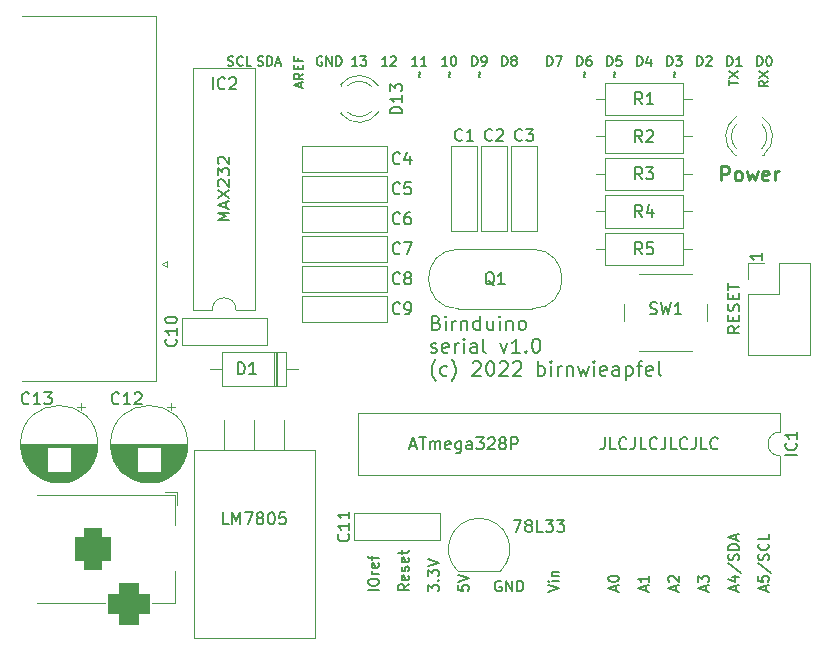
<source format=gto>
G04 #@! TF.GenerationSoftware,KiCad,Pcbnew,6.0.2+dfsg-1*
G04 #@! TF.CreationDate,2022-11-01T12:40:40+01:00*
G04 #@! TF.ProjectId,birnduino,6269726e-6475-4696-9e6f-2e6b69636164,rev?*
G04 #@! TF.SameCoordinates,Original*
G04 #@! TF.FileFunction,Legend,Top*
G04 #@! TF.FilePolarity,Positive*
%FSLAX46Y46*%
G04 Gerber Fmt 4.6, Leading zero omitted, Abs format (unit mm)*
G04 Created by KiCad (PCBNEW 6.0.2+dfsg-1) date 2022-11-01 12:40:40*
%MOMM*%
%LPD*%
G01*
G04 APERTURE LIST*
G04 Aperture macros list*
%AMRoundRect*
0 Rectangle with rounded corners*
0 $1 Rounding radius*
0 $2 $3 $4 $5 $6 $7 $8 $9 X,Y pos of 4 corners*
0 Add a 4 corners polygon primitive as box body*
4,1,4,$2,$3,$4,$5,$6,$7,$8,$9,$2,$3,0*
0 Add four circle primitives for the rounded corners*
1,1,$1+$1,$2,$3*
1,1,$1+$1,$4,$5*
1,1,$1+$1,$6,$7*
1,1,$1+$1,$8,$9*
0 Add four rect primitives between the rounded corners*
20,1,$1+$1,$2,$3,$4,$5,0*
20,1,$1+$1,$4,$5,$6,$7,0*
20,1,$1+$1,$6,$7,$8,$9,0*
20,1,$1+$1,$8,$9,$2,$3,0*%
G04 Aperture macros list end*
%ADD10C,0.150000*%
%ADD11C,0.200000*%
%ADD12C,0.250000*%
%ADD13C,0.120000*%
%ADD14R,1.700000X1.700000*%
%ADD15O,1.700000X1.700000*%
%ADD16R,3.500000X3.500000*%
%ADD17RoundRect,0.750000X-0.750000X-1.000000X0.750000X-1.000000X0.750000X1.000000X-0.750000X1.000000X0*%
%ADD18RoundRect,0.875000X-0.875000X-0.875000X0.875000X-0.875000X0.875000X0.875000X-0.875000X0.875000X0*%
%ADD19C,1.600000*%
%ADD20O,1.600000X1.600000*%
%ADD21R,1.050000X1.500000*%
%ADD22O,1.050000X1.500000*%
%ADD23R,1.800000X1.800000*%
%ADD24C,1.800000*%
%ADD25O,3.500000X3.500000*%
%ADD26R,1.905000X2.000000*%
%ADD27O,1.905000X2.000000*%
%ADD28R,1.600000X1.600000*%
%ADD29C,4.000000*%
%ADD30R,2.200000X2.200000*%
%ADD31O,2.200000X2.200000*%
%ADD32C,2.000000*%
%ADD33C,1.500000*%
G04 APERTURE END LIST*
D10*
X167487619Y-54336904D02*
X167030476Y-54336904D01*
X167259047Y-54336904D02*
X167259047Y-53536904D01*
X167182857Y-53651190D01*
X167106666Y-53727380D01*
X167030476Y-53765476D01*
X167754285Y-53536904D02*
X168249523Y-53536904D01*
X167982857Y-53841666D01*
X168097142Y-53841666D01*
X168173333Y-53879761D01*
X168211428Y-53917857D01*
X168249523Y-53994047D01*
X168249523Y-54184523D01*
X168211428Y-54260714D01*
X168173333Y-54298809D01*
X168097142Y-54336904D01*
X167868571Y-54336904D01*
X167792380Y-54298809D01*
X167754285Y-54260714D01*
X175107619Y-54336904D02*
X174650476Y-54336904D01*
X174879047Y-54336904D02*
X174879047Y-53536904D01*
X174802857Y-53651190D01*
X174726666Y-53727380D01*
X174650476Y-53765476D01*
X175602857Y-53536904D02*
X175679047Y-53536904D01*
X175755238Y-53575000D01*
X175793333Y-53613095D01*
X175831428Y-53689285D01*
X175869523Y-53841666D01*
X175869523Y-54032142D01*
X175831428Y-54184523D01*
X175793333Y-54260714D01*
X175755238Y-54298809D01*
X175679047Y-54336904D01*
X175602857Y-54336904D01*
X175526666Y-54298809D01*
X175488571Y-54260714D01*
X175450476Y-54184523D01*
X175412380Y-54032142D01*
X175412380Y-53841666D01*
X175450476Y-53689285D01*
X175488571Y-53613095D01*
X175526666Y-53575000D01*
X175602857Y-53536904D01*
X179749523Y-54336904D02*
X179749523Y-53536904D01*
X179940000Y-53536904D01*
X180054285Y-53575000D01*
X180130476Y-53651190D01*
X180168571Y-53727380D01*
X180206666Y-53879761D01*
X180206666Y-53994047D01*
X180168571Y-54146428D01*
X180130476Y-54222619D01*
X180054285Y-54298809D01*
X179940000Y-54336904D01*
X179749523Y-54336904D01*
X180663809Y-53879761D02*
X180587619Y-53841666D01*
X180549523Y-53803571D01*
X180511428Y-53727380D01*
X180511428Y-53689285D01*
X180549523Y-53613095D01*
X180587619Y-53575000D01*
X180663809Y-53536904D01*
X180816190Y-53536904D01*
X180892380Y-53575000D01*
X180930476Y-53613095D01*
X180968571Y-53689285D01*
X180968571Y-53727380D01*
X180930476Y-53803571D01*
X180892380Y-53841666D01*
X180816190Y-53879761D01*
X180663809Y-53879761D01*
X180587619Y-53917857D01*
X180549523Y-53955952D01*
X180511428Y-54032142D01*
X180511428Y-54184523D01*
X180549523Y-54260714D01*
X180587619Y-54298809D01*
X180663809Y-54336904D01*
X180816190Y-54336904D01*
X180892380Y-54298809D01*
X180930476Y-54260714D01*
X180968571Y-54184523D01*
X180968571Y-54032142D01*
X180930476Y-53955952D01*
X180892380Y-53917857D01*
X180816190Y-53879761D01*
X198951904Y-56002738D02*
X198951904Y-55545595D01*
X199751904Y-55774166D02*
X198951904Y-55774166D01*
X198951904Y-55355119D02*
X199751904Y-54821785D01*
X198951904Y-54821785D02*
X199751904Y-55355119D01*
D11*
X174170714Y-76087285D02*
X174342142Y-76144428D01*
X174399285Y-76201571D01*
X174456428Y-76315857D01*
X174456428Y-76487285D01*
X174399285Y-76601571D01*
X174342142Y-76658714D01*
X174227857Y-76715857D01*
X173770714Y-76715857D01*
X173770714Y-75515857D01*
X174170714Y-75515857D01*
X174285000Y-75573000D01*
X174342142Y-75630142D01*
X174399285Y-75744428D01*
X174399285Y-75858714D01*
X174342142Y-75973000D01*
X174285000Y-76030142D01*
X174170714Y-76087285D01*
X173770714Y-76087285D01*
X174970714Y-76715857D02*
X174970714Y-75915857D01*
X174970714Y-75515857D02*
X174913571Y-75573000D01*
X174970714Y-75630142D01*
X175027857Y-75573000D01*
X174970714Y-75515857D01*
X174970714Y-75630142D01*
X175542142Y-76715857D02*
X175542142Y-75915857D01*
X175542142Y-76144428D02*
X175599285Y-76030142D01*
X175656428Y-75973000D01*
X175770714Y-75915857D01*
X175885000Y-75915857D01*
X176285000Y-75915857D02*
X176285000Y-76715857D01*
X176285000Y-76030142D02*
X176342142Y-75973000D01*
X176456428Y-75915857D01*
X176627857Y-75915857D01*
X176742142Y-75973000D01*
X176799285Y-76087285D01*
X176799285Y-76715857D01*
X177885000Y-76715857D02*
X177885000Y-75515857D01*
X177885000Y-76658714D02*
X177770714Y-76715857D01*
X177542142Y-76715857D01*
X177427857Y-76658714D01*
X177370714Y-76601571D01*
X177313571Y-76487285D01*
X177313571Y-76144428D01*
X177370714Y-76030142D01*
X177427857Y-75973000D01*
X177542142Y-75915857D01*
X177770714Y-75915857D01*
X177885000Y-75973000D01*
X178970714Y-75915857D02*
X178970714Y-76715857D01*
X178456428Y-75915857D02*
X178456428Y-76544428D01*
X178513571Y-76658714D01*
X178627857Y-76715857D01*
X178799285Y-76715857D01*
X178913571Y-76658714D01*
X178970714Y-76601571D01*
X179542142Y-76715857D02*
X179542142Y-75915857D01*
X179542142Y-75515857D02*
X179485000Y-75573000D01*
X179542142Y-75630142D01*
X179599285Y-75573000D01*
X179542142Y-75515857D01*
X179542142Y-75630142D01*
X180113571Y-75915857D02*
X180113571Y-76715857D01*
X180113571Y-76030142D02*
X180170714Y-75973000D01*
X180285000Y-75915857D01*
X180456428Y-75915857D01*
X180570714Y-75973000D01*
X180627857Y-76087285D01*
X180627857Y-76715857D01*
X181370714Y-76715857D02*
X181256428Y-76658714D01*
X181199285Y-76601571D01*
X181142142Y-76487285D01*
X181142142Y-76144428D01*
X181199285Y-76030142D01*
X181256428Y-75973000D01*
X181370714Y-75915857D01*
X181542142Y-75915857D01*
X181656428Y-75973000D01*
X181713571Y-76030142D01*
X181770714Y-76144428D01*
X181770714Y-76487285D01*
X181713571Y-76601571D01*
X181656428Y-76658714D01*
X181542142Y-76715857D01*
X181370714Y-76715857D01*
X173713571Y-78590714D02*
X173827857Y-78647857D01*
X174056428Y-78647857D01*
X174170714Y-78590714D01*
X174227857Y-78476428D01*
X174227857Y-78419285D01*
X174170714Y-78305000D01*
X174056428Y-78247857D01*
X173885000Y-78247857D01*
X173770714Y-78190714D01*
X173713571Y-78076428D01*
X173713571Y-78019285D01*
X173770714Y-77905000D01*
X173885000Y-77847857D01*
X174056428Y-77847857D01*
X174170714Y-77905000D01*
X175199285Y-78590714D02*
X175085000Y-78647857D01*
X174856428Y-78647857D01*
X174742142Y-78590714D01*
X174685000Y-78476428D01*
X174685000Y-78019285D01*
X174742142Y-77905000D01*
X174856428Y-77847857D01*
X175085000Y-77847857D01*
X175199285Y-77905000D01*
X175256428Y-78019285D01*
X175256428Y-78133571D01*
X174685000Y-78247857D01*
X175770714Y-78647857D02*
X175770714Y-77847857D01*
X175770714Y-78076428D02*
X175827857Y-77962142D01*
X175885000Y-77905000D01*
X175999285Y-77847857D01*
X176113571Y-77847857D01*
X176513571Y-78647857D02*
X176513571Y-77847857D01*
X176513571Y-77447857D02*
X176456428Y-77505000D01*
X176513571Y-77562142D01*
X176570714Y-77505000D01*
X176513571Y-77447857D01*
X176513571Y-77562142D01*
X177599285Y-78647857D02*
X177599285Y-78019285D01*
X177542142Y-77905000D01*
X177427857Y-77847857D01*
X177199285Y-77847857D01*
X177085000Y-77905000D01*
X177599285Y-78590714D02*
X177485000Y-78647857D01*
X177199285Y-78647857D01*
X177085000Y-78590714D01*
X177027857Y-78476428D01*
X177027857Y-78362142D01*
X177085000Y-78247857D01*
X177199285Y-78190714D01*
X177485000Y-78190714D01*
X177599285Y-78133571D01*
X178342142Y-78647857D02*
X178227857Y-78590714D01*
X178170714Y-78476428D01*
X178170714Y-77447857D01*
X179599285Y-77847857D02*
X179885000Y-78647857D01*
X180170714Y-77847857D01*
X181256428Y-78647857D02*
X180570714Y-78647857D01*
X180913571Y-78647857D02*
X180913571Y-77447857D01*
X180799285Y-77619285D01*
X180685000Y-77733571D01*
X180570714Y-77790714D01*
X181770714Y-78533571D02*
X181827857Y-78590714D01*
X181770714Y-78647857D01*
X181713571Y-78590714D01*
X181770714Y-78533571D01*
X181770714Y-78647857D01*
X182570714Y-77447857D02*
X182685000Y-77447857D01*
X182799285Y-77505000D01*
X182856428Y-77562142D01*
X182913571Y-77676428D01*
X182970714Y-77905000D01*
X182970714Y-78190714D01*
X182913571Y-78419285D01*
X182856428Y-78533571D01*
X182799285Y-78590714D01*
X182685000Y-78647857D01*
X182570714Y-78647857D01*
X182456428Y-78590714D01*
X182399285Y-78533571D01*
X182342142Y-78419285D01*
X182285000Y-78190714D01*
X182285000Y-77905000D01*
X182342142Y-77676428D01*
X182399285Y-77562142D01*
X182456428Y-77505000D01*
X182570714Y-77447857D01*
X174113571Y-81037000D02*
X174056428Y-80979857D01*
X173942142Y-80808428D01*
X173885000Y-80694142D01*
X173827857Y-80522714D01*
X173770714Y-80237000D01*
X173770714Y-80008428D01*
X173827857Y-79722714D01*
X173885000Y-79551285D01*
X173942142Y-79437000D01*
X174056428Y-79265571D01*
X174113571Y-79208428D01*
X175085000Y-80522714D02*
X174970714Y-80579857D01*
X174742142Y-80579857D01*
X174627857Y-80522714D01*
X174570714Y-80465571D01*
X174513571Y-80351285D01*
X174513571Y-80008428D01*
X174570714Y-79894142D01*
X174627857Y-79837000D01*
X174742142Y-79779857D01*
X174970714Y-79779857D01*
X175085000Y-79837000D01*
X175485000Y-81037000D02*
X175542142Y-80979857D01*
X175656428Y-80808428D01*
X175713571Y-80694142D01*
X175770714Y-80522714D01*
X175827857Y-80237000D01*
X175827857Y-80008428D01*
X175770714Y-79722714D01*
X175713571Y-79551285D01*
X175656428Y-79437000D01*
X175542142Y-79265571D01*
X175485000Y-79208428D01*
X177256428Y-79494142D02*
X177313571Y-79437000D01*
X177427857Y-79379857D01*
X177713571Y-79379857D01*
X177827857Y-79437000D01*
X177885000Y-79494142D01*
X177942142Y-79608428D01*
X177942142Y-79722714D01*
X177885000Y-79894142D01*
X177199285Y-80579857D01*
X177942142Y-80579857D01*
X178685000Y-79379857D02*
X178799285Y-79379857D01*
X178913571Y-79437000D01*
X178970714Y-79494142D01*
X179027857Y-79608428D01*
X179085000Y-79837000D01*
X179085000Y-80122714D01*
X179027857Y-80351285D01*
X178970714Y-80465571D01*
X178913571Y-80522714D01*
X178799285Y-80579857D01*
X178685000Y-80579857D01*
X178570714Y-80522714D01*
X178513571Y-80465571D01*
X178456428Y-80351285D01*
X178399285Y-80122714D01*
X178399285Y-79837000D01*
X178456428Y-79608428D01*
X178513571Y-79494142D01*
X178570714Y-79437000D01*
X178685000Y-79379857D01*
X179542142Y-79494142D02*
X179599285Y-79437000D01*
X179713571Y-79379857D01*
X179999285Y-79379857D01*
X180113571Y-79437000D01*
X180170714Y-79494142D01*
X180227857Y-79608428D01*
X180227857Y-79722714D01*
X180170714Y-79894142D01*
X179485000Y-80579857D01*
X180227857Y-80579857D01*
X180685000Y-79494142D02*
X180742142Y-79437000D01*
X180856428Y-79379857D01*
X181142142Y-79379857D01*
X181256428Y-79437000D01*
X181313571Y-79494142D01*
X181370714Y-79608428D01*
X181370714Y-79722714D01*
X181313571Y-79894142D01*
X180627857Y-80579857D01*
X181370714Y-80579857D01*
X182799285Y-80579857D02*
X182799285Y-79379857D01*
X182799285Y-79837000D02*
X182913571Y-79779857D01*
X183142142Y-79779857D01*
X183256428Y-79837000D01*
X183313571Y-79894142D01*
X183370714Y-80008428D01*
X183370714Y-80351285D01*
X183313571Y-80465571D01*
X183256428Y-80522714D01*
X183142142Y-80579857D01*
X182913571Y-80579857D01*
X182799285Y-80522714D01*
X183885000Y-80579857D02*
X183885000Y-79779857D01*
X183885000Y-79379857D02*
X183827857Y-79437000D01*
X183885000Y-79494142D01*
X183942142Y-79437000D01*
X183885000Y-79379857D01*
X183885000Y-79494142D01*
X184456428Y-80579857D02*
X184456428Y-79779857D01*
X184456428Y-80008428D02*
X184513571Y-79894142D01*
X184570714Y-79837000D01*
X184685000Y-79779857D01*
X184799285Y-79779857D01*
X185199285Y-79779857D02*
X185199285Y-80579857D01*
X185199285Y-79894142D02*
X185256428Y-79837000D01*
X185370714Y-79779857D01*
X185542142Y-79779857D01*
X185656428Y-79837000D01*
X185713571Y-79951285D01*
X185713571Y-80579857D01*
X186170714Y-79779857D02*
X186399285Y-80579857D01*
X186627857Y-80008428D01*
X186856428Y-80579857D01*
X187085000Y-79779857D01*
X187542142Y-80579857D02*
X187542142Y-79779857D01*
X187542142Y-79379857D02*
X187485000Y-79437000D01*
X187542142Y-79494142D01*
X187599285Y-79437000D01*
X187542142Y-79379857D01*
X187542142Y-79494142D01*
X188570714Y-80522714D02*
X188456428Y-80579857D01*
X188227857Y-80579857D01*
X188113571Y-80522714D01*
X188056428Y-80408428D01*
X188056428Y-79951285D01*
X188113571Y-79837000D01*
X188227857Y-79779857D01*
X188456428Y-79779857D01*
X188570714Y-79837000D01*
X188627857Y-79951285D01*
X188627857Y-80065571D01*
X188056428Y-80179857D01*
X189656428Y-80579857D02*
X189656428Y-79951285D01*
X189599285Y-79837000D01*
X189485000Y-79779857D01*
X189256428Y-79779857D01*
X189142142Y-79837000D01*
X189656428Y-80522714D02*
X189542142Y-80579857D01*
X189256428Y-80579857D01*
X189142142Y-80522714D01*
X189085000Y-80408428D01*
X189085000Y-80294142D01*
X189142142Y-80179857D01*
X189256428Y-80122714D01*
X189542142Y-80122714D01*
X189656428Y-80065571D01*
X190227857Y-79779857D02*
X190227857Y-80979857D01*
X190227857Y-79837000D02*
X190342142Y-79779857D01*
X190570714Y-79779857D01*
X190685000Y-79837000D01*
X190742142Y-79894142D01*
X190799285Y-80008428D01*
X190799285Y-80351285D01*
X190742142Y-80465571D01*
X190685000Y-80522714D01*
X190570714Y-80579857D01*
X190342142Y-80579857D01*
X190227857Y-80522714D01*
X191142142Y-79779857D02*
X191599285Y-79779857D01*
X191313571Y-80579857D02*
X191313571Y-79551285D01*
X191370714Y-79437000D01*
X191485000Y-79379857D01*
X191599285Y-79379857D01*
X192456428Y-80522714D02*
X192342142Y-80579857D01*
X192113571Y-80579857D01*
X191999285Y-80522714D01*
X191942142Y-80408428D01*
X191942142Y-79951285D01*
X191999285Y-79837000D01*
X192113571Y-79779857D01*
X192342142Y-79779857D01*
X192456428Y-79837000D01*
X192513571Y-79951285D01*
X192513571Y-80065571D01*
X191942142Y-80179857D01*
X193199285Y-80579857D02*
X193085000Y-80522714D01*
X193027857Y-80408428D01*
X193027857Y-79379857D01*
D10*
X162693333Y-56180357D02*
X162693333Y-55799404D01*
X162921904Y-56256547D02*
X162121904Y-55989880D01*
X162921904Y-55723214D01*
X162921904Y-54999404D02*
X162540952Y-55266071D01*
X162921904Y-55456547D02*
X162121904Y-55456547D01*
X162121904Y-55151785D01*
X162160000Y-55075595D01*
X162198095Y-55037500D01*
X162274285Y-54999404D01*
X162388571Y-54999404D01*
X162464761Y-55037500D01*
X162502857Y-55075595D01*
X162540952Y-55151785D01*
X162540952Y-55456547D01*
X162502857Y-54656547D02*
X162502857Y-54389880D01*
X162921904Y-54275595D02*
X162921904Y-54656547D01*
X162121904Y-54656547D01*
X162121904Y-54275595D01*
X162502857Y-53666071D02*
X162502857Y-53932738D01*
X162921904Y-53932738D02*
X162121904Y-53932738D01*
X162121904Y-53551785D01*
X183559523Y-54336904D02*
X183559523Y-53536904D01*
X183750000Y-53536904D01*
X183864285Y-53575000D01*
X183940476Y-53651190D01*
X183978571Y-53727380D01*
X184016666Y-53879761D01*
X184016666Y-53994047D01*
X183978571Y-54146428D01*
X183940476Y-54222619D01*
X183864285Y-54298809D01*
X183750000Y-54336904D01*
X183559523Y-54336904D01*
X184283333Y-53536904D02*
X184816666Y-53536904D01*
X184473809Y-54336904D01*
X197000000Y-98791071D02*
X197000000Y-98362500D01*
X197257142Y-98876785D02*
X196357142Y-98576785D01*
X197257142Y-98276785D01*
X196357142Y-98062500D02*
X196357142Y-97505357D01*
X196700000Y-97805357D01*
X196700000Y-97676785D01*
X196742857Y-97591071D01*
X196785714Y-97548214D01*
X196871428Y-97505357D01*
X197085714Y-97505357D01*
X197171428Y-97548214D01*
X197214285Y-97591071D01*
X197257142Y-97676785D01*
X197257142Y-97933928D01*
X197214285Y-98019642D01*
X197171428Y-98062500D01*
X194381428Y-55326547D02*
X194333809Y-55278928D01*
X194286190Y-55183690D01*
X194381428Y-54993214D01*
X194333809Y-54897976D01*
X194286190Y-54850357D01*
X199540000Y-98791071D02*
X199540000Y-98362500D01*
X199797142Y-98876785D02*
X198897142Y-98576785D01*
X199797142Y-98276785D01*
X199197142Y-97591071D02*
X199797142Y-97591071D01*
X198854285Y-97805357D02*
X199497142Y-98019642D01*
X199497142Y-97462500D01*
X198854285Y-96476785D02*
X200011428Y-97248214D01*
X199754285Y-96219642D02*
X199797142Y-96091071D01*
X199797142Y-95876785D01*
X199754285Y-95791071D01*
X199711428Y-95748214D01*
X199625714Y-95705357D01*
X199540000Y-95705357D01*
X199454285Y-95748214D01*
X199411428Y-95791071D01*
X199368571Y-95876785D01*
X199325714Y-96048214D01*
X199282857Y-96133928D01*
X199240000Y-96176785D01*
X199154285Y-96219642D01*
X199068571Y-96219642D01*
X198982857Y-96176785D01*
X198940000Y-96133928D01*
X198897142Y-96048214D01*
X198897142Y-95833928D01*
X198940000Y-95705357D01*
X199797142Y-95319642D02*
X198897142Y-95319642D01*
X198897142Y-95105357D01*
X198940000Y-94976785D01*
X199025714Y-94891071D01*
X199111428Y-94848214D01*
X199282857Y-94805357D01*
X199411428Y-94805357D01*
X199582857Y-94848214D01*
X199668571Y-94891071D01*
X199754285Y-94976785D01*
X199797142Y-95105357D01*
X199797142Y-95319642D01*
X199540000Y-94462500D02*
X199540000Y-94033928D01*
X199797142Y-94548214D02*
X198897142Y-94248214D01*
X199797142Y-93948214D01*
X191179523Y-54336904D02*
X191179523Y-53536904D01*
X191370000Y-53536904D01*
X191484285Y-53575000D01*
X191560476Y-53651190D01*
X191598571Y-53727380D01*
X191636666Y-53879761D01*
X191636666Y-53994047D01*
X191598571Y-54146428D01*
X191560476Y-54222619D01*
X191484285Y-54298809D01*
X191370000Y-54336904D01*
X191179523Y-54336904D01*
X192322380Y-53803571D02*
X192322380Y-54336904D01*
X192131904Y-53498809D02*
X191941428Y-54070238D01*
X192436666Y-54070238D01*
X202080000Y-98791071D02*
X202080000Y-98362500D01*
X202337142Y-98876785D02*
X201437142Y-98576785D01*
X202337142Y-98276785D01*
X201437142Y-97548214D02*
X201437142Y-97976785D01*
X201865714Y-98019642D01*
X201822857Y-97976785D01*
X201780000Y-97891071D01*
X201780000Y-97676785D01*
X201822857Y-97591071D01*
X201865714Y-97548214D01*
X201951428Y-97505357D01*
X202165714Y-97505357D01*
X202251428Y-97548214D01*
X202294285Y-97591071D01*
X202337142Y-97676785D01*
X202337142Y-97891071D01*
X202294285Y-97976785D01*
X202251428Y-98019642D01*
X201394285Y-96476785D02*
X202551428Y-97248214D01*
X202294285Y-96219642D02*
X202337142Y-96091071D01*
X202337142Y-95876785D01*
X202294285Y-95791071D01*
X202251428Y-95748214D01*
X202165714Y-95705357D01*
X202080000Y-95705357D01*
X201994285Y-95748214D01*
X201951428Y-95791071D01*
X201908571Y-95876785D01*
X201865714Y-96048214D01*
X201822857Y-96133928D01*
X201780000Y-96176785D01*
X201694285Y-96219642D01*
X201608571Y-96219642D01*
X201522857Y-96176785D01*
X201480000Y-96133928D01*
X201437142Y-96048214D01*
X201437142Y-95833928D01*
X201480000Y-95705357D01*
X202251428Y-94805357D02*
X202294285Y-94848214D01*
X202337142Y-94976785D01*
X202337142Y-95062500D01*
X202294285Y-95191071D01*
X202208571Y-95276785D01*
X202122857Y-95319642D01*
X201951428Y-95362500D01*
X201822857Y-95362500D01*
X201651428Y-95319642D01*
X201565714Y-95276785D01*
X201480000Y-95191071D01*
X201437142Y-95062500D01*
X201437142Y-94976785D01*
X201480000Y-94848214D01*
X201522857Y-94805357D01*
X202337142Y-93991071D02*
X202337142Y-94419642D01*
X201437142Y-94419642D01*
X175331428Y-55326547D02*
X175283809Y-55278928D01*
X175236190Y-55183690D01*
X175331428Y-54993214D01*
X175283809Y-54897976D01*
X175236190Y-54850357D01*
X201747380Y-70199285D02*
X201747380Y-70770714D01*
X201747380Y-70485000D02*
X200747380Y-70485000D01*
X200890238Y-70580238D01*
X200985476Y-70675476D01*
X201033095Y-70770714D01*
X169317142Y-98748214D02*
X168417142Y-98748214D01*
X168417142Y-98148214D02*
X168417142Y-97976785D01*
X168460000Y-97891071D01*
X168545714Y-97805357D01*
X168717142Y-97762500D01*
X169017142Y-97762500D01*
X169188571Y-97805357D01*
X169274285Y-97891071D01*
X169317142Y-97976785D01*
X169317142Y-98148214D01*
X169274285Y-98233928D01*
X169188571Y-98319642D01*
X169017142Y-98362500D01*
X168717142Y-98362500D01*
X168545714Y-98319642D01*
X168460000Y-98233928D01*
X168417142Y-98148214D01*
X169317142Y-97376785D02*
X168717142Y-97376785D01*
X168888571Y-97376785D02*
X168802857Y-97333928D01*
X168760000Y-97291071D01*
X168717142Y-97205357D01*
X168717142Y-97119642D01*
X169274285Y-96476785D02*
X169317142Y-96562500D01*
X169317142Y-96733928D01*
X169274285Y-96819642D01*
X169188571Y-96862500D01*
X168845714Y-96862500D01*
X168760000Y-96819642D01*
X168717142Y-96733928D01*
X168717142Y-96562500D01*
X168760000Y-96476785D01*
X168845714Y-96433928D01*
X168931428Y-96433928D01*
X169017142Y-96862500D01*
X168717142Y-96176785D02*
X168717142Y-95833928D01*
X169317142Y-96048214D02*
X168545714Y-96048214D01*
X168460000Y-96005357D01*
X168417142Y-95919642D01*
X168417142Y-95833928D01*
X196259523Y-54336904D02*
X196259523Y-53536904D01*
X196450000Y-53536904D01*
X196564285Y-53575000D01*
X196640476Y-53651190D01*
X196678571Y-53727380D01*
X196716666Y-53879761D01*
X196716666Y-53994047D01*
X196678571Y-54146428D01*
X196640476Y-54222619D01*
X196564285Y-54298809D01*
X196450000Y-54336904D01*
X196259523Y-54336904D01*
X197021428Y-53613095D02*
X197059523Y-53575000D01*
X197135714Y-53536904D01*
X197326190Y-53536904D01*
X197402380Y-53575000D01*
X197440476Y-53613095D01*
X197478571Y-53689285D01*
X197478571Y-53765476D01*
X197440476Y-53879761D01*
X196983333Y-54336904D01*
X197478571Y-54336904D01*
X188420952Y-85812380D02*
X188420952Y-86526666D01*
X188373333Y-86669523D01*
X188278095Y-86764761D01*
X188135238Y-86812380D01*
X188040000Y-86812380D01*
X189373333Y-86812380D02*
X188897142Y-86812380D01*
X188897142Y-85812380D01*
X190278095Y-86717142D02*
X190230476Y-86764761D01*
X190087619Y-86812380D01*
X189992380Y-86812380D01*
X189849523Y-86764761D01*
X189754285Y-86669523D01*
X189706666Y-86574285D01*
X189659047Y-86383809D01*
X189659047Y-86240952D01*
X189706666Y-86050476D01*
X189754285Y-85955238D01*
X189849523Y-85860000D01*
X189992380Y-85812380D01*
X190087619Y-85812380D01*
X190230476Y-85860000D01*
X190278095Y-85907619D01*
X190992380Y-85812380D02*
X190992380Y-86526666D01*
X190944761Y-86669523D01*
X190849523Y-86764761D01*
X190706666Y-86812380D01*
X190611428Y-86812380D01*
X191944761Y-86812380D02*
X191468571Y-86812380D01*
X191468571Y-85812380D01*
X192849523Y-86717142D02*
X192801904Y-86764761D01*
X192659047Y-86812380D01*
X192563809Y-86812380D01*
X192420952Y-86764761D01*
X192325714Y-86669523D01*
X192278095Y-86574285D01*
X192230476Y-86383809D01*
X192230476Y-86240952D01*
X192278095Y-86050476D01*
X192325714Y-85955238D01*
X192420952Y-85860000D01*
X192563809Y-85812380D01*
X192659047Y-85812380D01*
X192801904Y-85860000D01*
X192849523Y-85907619D01*
X193563809Y-85812380D02*
X193563809Y-86526666D01*
X193516190Y-86669523D01*
X193420952Y-86764761D01*
X193278095Y-86812380D01*
X193182857Y-86812380D01*
X194516190Y-86812380D02*
X194040000Y-86812380D01*
X194040000Y-85812380D01*
X195420952Y-86717142D02*
X195373333Y-86764761D01*
X195230476Y-86812380D01*
X195135238Y-86812380D01*
X194992380Y-86764761D01*
X194897142Y-86669523D01*
X194849523Y-86574285D01*
X194801904Y-86383809D01*
X194801904Y-86240952D01*
X194849523Y-86050476D01*
X194897142Y-85955238D01*
X194992380Y-85860000D01*
X195135238Y-85812380D01*
X195230476Y-85812380D01*
X195373333Y-85860000D01*
X195420952Y-85907619D01*
X196135238Y-85812380D02*
X196135238Y-86526666D01*
X196087619Y-86669523D01*
X195992380Y-86764761D01*
X195849523Y-86812380D01*
X195754285Y-86812380D01*
X197087619Y-86812380D02*
X196611428Y-86812380D01*
X196611428Y-85812380D01*
X197992380Y-86717142D02*
X197944761Y-86764761D01*
X197801904Y-86812380D01*
X197706666Y-86812380D01*
X197563809Y-86764761D01*
X197468571Y-86669523D01*
X197420952Y-86574285D01*
X197373333Y-86383809D01*
X197373333Y-86240952D01*
X197420952Y-86050476D01*
X197468571Y-85955238D01*
X197563809Y-85860000D01*
X197706666Y-85812380D01*
X197801904Y-85812380D01*
X197944761Y-85860000D01*
X197992380Y-85907619D01*
X173497142Y-98833928D02*
X173497142Y-98276785D01*
X173840000Y-98576785D01*
X173840000Y-98448214D01*
X173882857Y-98362500D01*
X173925714Y-98319642D01*
X174011428Y-98276785D01*
X174225714Y-98276785D01*
X174311428Y-98319642D01*
X174354285Y-98362500D01*
X174397142Y-98448214D01*
X174397142Y-98705357D01*
X174354285Y-98791071D01*
X174311428Y-98833928D01*
X174311428Y-97891071D02*
X174354285Y-97848214D01*
X174397142Y-97891071D01*
X174354285Y-97933928D01*
X174311428Y-97891071D01*
X174397142Y-97891071D01*
X173497142Y-97548214D02*
X173497142Y-96991071D01*
X173840000Y-97291071D01*
X173840000Y-97162500D01*
X173882857Y-97076785D01*
X173925714Y-97033928D01*
X174011428Y-96991071D01*
X174225714Y-96991071D01*
X174311428Y-97033928D01*
X174354285Y-97076785D01*
X174397142Y-97162500D01*
X174397142Y-97419642D01*
X174354285Y-97505357D01*
X174311428Y-97548214D01*
X173497142Y-96733928D02*
X174397142Y-96433928D01*
X173497142Y-96133928D01*
X177209523Y-54336904D02*
X177209523Y-53536904D01*
X177400000Y-53536904D01*
X177514285Y-53575000D01*
X177590476Y-53651190D01*
X177628571Y-53727380D01*
X177666666Y-53879761D01*
X177666666Y-53994047D01*
X177628571Y-54146428D01*
X177590476Y-54222619D01*
X177514285Y-54298809D01*
X177400000Y-54336904D01*
X177209523Y-54336904D01*
X178047619Y-54336904D02*
X178200000Y-54336904D01*
X178276190Y-54298809D01*
X178314285Y-54260714D01*
X178390476Y-54146428D01*
X178428571Y-53994047D01*
X178428571Y-53689285D01*
X178390476Y-53613095D01*
X178352380Y-53575000D01*
X178276190Y-53536904D01*
X178123809Y-53536904D01*
X178047619Y-53575000D01*
X178009523Y-53613095D01*
X177971428Y-53689285D01*
X177971428Y-53879761D01*
X178009523Y-53955952D01*
X178047619Y-53994047D01*
X178123809Y-54032142D01*
X178276190Y-54032142D01*
X178352380Y-53994047D01*
X178390476Y-53955952D01*
X178428571Y-53879761D01*
X186761428Y-55326547D02*
X186713809Y-55278928D01*
X186666190Y-55183690D01*
X186761428Y-54993214D01*
X186713809Y-54897976D01*
X186666190Y-54850357D01*
X194460000Y-98791071D02*
X194460000Y-98362500D01*
X194717142Y-98876785D02*
X193817142Y-98576785D01*
X194717142Y-98276785D01*
X193902857Y-98019642D02*
X193860000Y-97976785D01*
X193817142Y-97891071D01*
X193817142Y-97676785D01*
X193860000Y-97591071D01*
X193902857Y-97548214D01*
X193988571Y-97505357D01*
X194074285Y-97505357D01*
X194202857Y-97548214D01*
X194717142Y-98062500D01*
X194717142Y-97505357D01*
X189380000Y-98791071D02*
X189380000Y-98362500D01*
X189637142Y-98876785D02*
X188737142Y-98576785D01*
X189637142Y-98276785D01*
X188737142Y-97805357D02*
X188737142Y-97719642D01*
X188780000Y-97633928D01*
X188822857Y-97591071D01*
X188908571Y-97548214D01*
X189080000Y-97505357D01*
X189294285Y-97505357D01*
X189465714Y-97548214D01*
X189551428Y-97591071D01*
X189594285Y-97633928D01*
X189637142Y-97719642D01*
X189637142Y-97805357D01*
X189594285Y-97891071D01*
X189551428Y-97933928D01*
X189465714Y-97976785D01*
X189294285Y-98019642D01*
X189080000Y-98019642D01*
X188908571Y-97976785D01*
X188822857Y-97933928D01*
X188780000Y-97891071D01*
X188737142Y-97805357D01*
X176037142Y-98319642D02*
X176037142Y-98748214D01*
X176465714Y-98791071D01*
X176422857Y-98748214D01*
X176380000Y-98662500D01*
X176380000Y-98448214D01*
X176422857Y-98362500D01*
X176465714Y-98319642D01*
X176551428Y-98276785D01*
X176765714Y-98276785D01*
X176851428Y-98319642D01*
X176894285Y-98362500D01*
X176937142Y-98448214D01*
X176937142Y-98662500D01*
X176894285Y-98748214D01*
X176851428Y-98791071D01*
X176037142Y-98019642D02*
X176937142Y-97719642D01*
X176037142Y-97419642D01*
X188639523Y-54336904D02*
X188639523Y-53536904D01*
X188830000Y-53536904D01*
X188944285Y-53575000D01*
X189020476Y-53651190D01*
X189058571Y-53727380D01*
X189096666Y-53879761D01*
X189096666Y-53994047D01*
X189058571Y-54146428D01*
X189020476Y-54222619D01*
X188944285Y-54298809D01*
X188830000Y-54336904D01*
X188639523Y-54336904D01*
X189820476Y-53536904D02*
X189439523Y-53536904D01*
X189401428Y-53917857D01*
X189439523Y-53879761D01*
X189515714Y-53841666D01*
X189706190Y-53841666D01*
X189782380Y-53879761D01*
X189820476Y-53917857D01*
X189858571Y-53994047D01*
X189858571Y-54184523D01*
X189820476Y-54260714D01*
X189782380Y-54298809D01*
X189706190Y-54336904D01*
X189515714Y-54336904D01*
X189439523Y-54298809D01*
X189401428Y-54260714D01*
X170027619Y-54336904D02*
X169570476Y-54336904D01*
X169799047Y-54336904D02*
X169799047Y-53536904D01*
X169722857Y-53651190D01*
X169646666Y-53727380D01*
X169570476Y-53765476D01*
X170332380Y-53613095D02*
X170370476Y-53575000D01*
X170446666Y-53536904D01*
X170637142Y-53536904D01*
X170713333Y-53575000D01*
X170751428Y-53613095D01*
X170789523Y-53689285D01*
X170789523Y-53765476D01*
X170751428Y-53879761D01*
X170294285Y-54336904D01*
X170789523Y-54336904D01*
X198799523Y-54336904D02*
X198799523Y-53536904D01*
X198990000Y-53536904D01*
X199104285Y-53575000D01*
X199180476Y-53651190D01*
X199218571Y-53727380D01*
X199256666Y-53879761D01*
X199256666Y-53994047D01*
X199218571Y-54146428D01*
X199180476Y-54222619D01*
X199104285Y-54298809D01*
X198990000Y-54336904D01*
X198799523Y-54336904D01*
X200018571Y-54336904D02*
X199561428Y-54336904D01*
X199790000Y-54336904D02*
X199790000Y-53536904D01*
X199713809Y-53651190D01*
X199637619Y-53727380D01*
X199561428Y-53765476D01*
X201339523Y-54336904D02*
X201339523Y-53536904D01*
X201530000Y-53536904D01*
X201644285Y-53575000D01*
X201720476Y-53651190D01*
X201758571Y-53727380D01*
X201796666Y-53879761D01*
X201796666Y-53994047D01*
X201758571Y-54146428D01*
X201720476Y-54222619D01*
X201644285Y-54298809D01*
X201530000Y-54336904D01*
X201339523Y-54336904D01*
X202291904Y-53536904D02*
X202368095Y-53536904D01*
X202444285Y-53575000D01*
X202482380Y-53613095D01*
X202520476Y-53689285D01*
X202558571Y-53841666D01*
X202558571Y-54032142D01*
X202520476Y-54184523D01*
X202482380Y-54260714D01*
X202444285Y-54298809D01*
X202368095Y-54336904D01*
X202291904Y-54336904D01*
X202215714Y-54298809D01*
X202177619Y-54260714D01*
X202139523Y-54184523D01*
X202101428Y-54032142D01*
X202101428Y-53841666D01*
X202139523Y-53689285D01*
X202177619Y-53613095D01*
X202215714Y-53575000D01*
X202291904Y-53536904D01*
X189301428Y-55326547D02*
X189253809Y-55278928D01*
X189206190Y-55183690D01*
X189301428Y-54993214D01*
X189253809Y-54897976D01*
X189206190Y-54850357D01*
D12*
X198288571Y-64042857D02*
X198288571Y-62842857D01*
X198745714Y-62842857D01*
X198860000Y-62900000D01*
X198917142Y-62957142D01*
X198974285Y-63071428D01*
X198974285Y-63242857D01*
X198917142Y-63357142D01*
X198860000Y-63414285D01*
X198745714Y-63471428D01*
X198288571Y-63471428D01*
X199660000Y-64042857D02*
X199545714Y-63985714D01*
X199488571Y-63928571D01*
X199431428Y-63814285D01*
X199431428Y-63471428D01*
X199488571Y-63357142D01*
X199545714Y-63300000D01*
X199660000Y-63242857D01*
X199831428Y-63242857D01*
X199945714Y-63300000D01*
X200002857Y-63357142D01*
X200060000Y-63471428D01*
X200060000Y-63814285D01*
X200002857Y-63928571D01*
X199945714Y-63985714D01*
X199831428Y-64042857D01*
X199660000Y-64042857D01*
X200460000Y-63242857D02*
X200688571Y-64042857D01*
X200917142Y-63471428D01*
X201145714Y-64042857D01*
X201374285Y-63242857D01*
X202288571Y-63985714D02*
X202174285Y-64042857D01*
X201945714Y-64042857D01*
X201831428Y-63985714D01*
X201774285Y-63871428D01*
X201774285Y-63414285D01*
X201831428Y-63300000D01*
X201945714Y-63242857D01*
X202174285Y-63242857D01*
X202288571Y-63300000D01*
X202345714Y-63414285D01*
X202345714Y-63528571D01*
X201774285Y-63642857D01*
X202860000Y-64042857D02*
X202860000Y-63242857D01*
X202860000Y-63471428D02*
X202917142Y-63357142D01*
X202974285Y-63300000D01*
X203088571Y-63242857D01*
X203202857Y-63242857D01*
D10*
X172567619Y-54336904D02*
X172110476Y-54336904D01*
X172339047Y-54336904D02*
X172339047Y-53536904D01*
X172262857Y-53651190D01*
X172186666Y-53727380D01*
X172110476Y-53765476D01*
X173329523Y-54336904D02*
X172872380Y-54336904D01*
X173100952Y-54336904D02*
X173100952Y-53536904D01*
X173024761Y-53651190D01*
X172948571Y-53727380D01*
X172872380Y-53765476D01*
X186099523Y-54336904D02*
X186099523Y-53536904D01*
X186290000Y-53536904D01*
X186404285Y-53575000D01*
X186480476Y-53651190D01*
X186518571Y-53727380D01*
X186556666Y-53879761D01*
X186556666Y-53994047D01*
X186518571Y-54146428D01*
X186480476Y-54222619D01*
X186404285Y-54298809D01*
X186290000Y-54336904D01*
X186099523Y-54336904D01*
X187242380Y-53536904D02*
X187090000Y-53536904D01*
X187013809Y-53575000D01*
X186975714Y-53613095D01*
X186899523Y-53727380D01*
X186861428Y-53879761D01*
X186861428Y-54184523D01*
X186899523Y-54260714D01*
X186937619Y-54298809D01*
X187013809Y-54336904D01*
X187166190Y-54336904D01*
X187242380Y-54298809D01*
X187280476Y-54260714D01*
X187318571Y-54184523D01*
X187318571Y-53994047D01*
X187280476Y-53917857D01*
X187242380Y-53879761D01*
X187166190Y-53841666D01*
X187013809Y-53841666D01*
X186937619Y-53879761D01*
X186899523Y-53917857D01*
X186861428Y-53994047D01*
X179654285Y-97975000D02*
X179568571Y-97932142D01*
X179440000Y-97932142D01*
X179311428Y-97975000D01*
X179225714Y-98060714D01*
X179182857Y-98146428D01*
X179140000Y-98317857D01*
X179140000Y-98446428D01*
X179182857Y-98617857D01*
X179225714Y-98703571D01*
X179311428Y-98789285D01*
X179440000Y-98832142D01*
X179525714Y-98832142D01*
X179654285Y-98789285D01*
X179697142Y-98746428D01*
X179697142Y-98446428D01*
X179525714Y-98446428D01*
X180082857Y-98832142D02*
X180082857Y-97932142D01*
X180597142Y-98832142D01*
X180597142Y-97932142D01*
X181025714Y-98832142D02*
X181025714Y-97932142D01*
X181240000Y-97932142D01*
X181368571Y-97975000D01*
X181454285Y-98060714D01*
X181497142Y-98146428D01*
X181540000Y-98317857D01*
X181540000Y-98446428D01*
X181497142Y-98617857D01*
X181454285Y-98703571D01*
X181368571Y-98789285D01*
X181240000Y-98832142D01*
X181025714Y-98832142D01*
X172791428Y-55326547D02*
X172743809Y-55278928D01*
X172696190Y-55183690D01*
X172791428Y-54993214D01*
X172743809Y-54897976D01*
X172696190Y-54850357D01*
X171857142Y-98233928D02*
X171428571Y-98533928D01*
X171857142Y-98748214D02*
X170957142Y-98748214D01*
X170957142Y-98405357D01*
X171000000Y-98319642D01*
X171042857Y-98276785D01*
X171128571Y-98233928D01*
X171257142Y-98233928D01*
X171342857Y-98276785D01*
X171385714Y-98319642D01*
X171428571Y-98405357D01*
X171428571Y-98748214D01*
X171814285Y-97505357D02*
X171857142Y-97591071D01*
X171857142Y-97762500D01*
X171814285Y-97848214D01*
X171728571Y-97891071D01*
X171385714Y-97891071D01*
X171300000Y-97848214D01*
X171257142Y-97762500D01*
X171257142Y-97591071D01*
X171300000Y-97505357D01*
X171385714Y-97462500D01*
X171471428Y-97462500D01*
X171557142Y-97891071D01*
X171814285Y-97119642D02*
X171857142Y-97033928D01*
X171857142Y-96862500D01*
X171814285Y-96776785D01*
X171728571Y-96733928D01*
X171685714Y-96733928D01*
X171600000Y-96776785D01*
X171557142Y-96862500D01*
X171557142Y-96991071D01*
X171514285Y-97076785D01*
X171428571Y-97119642D01*
X171385714Y-97119642D01*
X171300000Y-97076785D01*
X171257142Y-96991071D01*
X171257142Y-96862500D01*
X171300000Y-96776785D01*
X171814285Y-96005357D02*
X171857142Y-96091071D01*
X171857142Y-96262500D01*
X171814285Y-96348214D01*
X171728571Y-96391071D01*
X171385714Y-96391071D01*
X171300000Y-96348214D01*
X171257142Y-96262500D01*
X171257142Y-96091071D01*
X171300000Y-96005357D01*
X171385714Y-95962500D01*
X171471428Y-95962500D01*
X171557142Y-96391071D01*
X171257142Y-95705357D02*
X171257142Y-95362500D01*
X170957142Y-95576785D02*
X171728571Y-95576785D01*
X171814285Y-95533928D01*
X171857142Y-95448214D01*
X171857142Y-95362500D01*
X191920000Y-98791071D02*
X191920000Y-98362500D01*
X192177142Y-98876785D02*
X191277142Y-98576785D01*
X192177142Y-98276785D01*
X192177142Y-97505357D02*
X192177142Y-98019642D01*
X192177142Y-97762500D02*
X191277142Y-97762500D01*
X191405714Y-97848214D01*
X191491428Y-97933928D01*
X191534285Y-98019642D01*
X159048571Y-54298809D02*
X159162857Y-54336904D01*
X159353333Y-54336904D01*
X159429523Y-54298809D01*
X159467619Y-54260714D01*
X159505714Y-54184523D01*
X159505714Y-54108333D01*
X159467619Y-54032142D01*
X159429523Y-53994047D01*
X159353333Y-53955952D01*
X159200952Y-53917857D01*
X159124761Y-53879761D01*
X159086666Y-53841666D01*
X159048571Y-53765476D01*
X159048571Y-53689285D01*
X159086666Y-53613095D01*
X159124761Y-53575000D01*
X159200952Y-53536904D01*
X159391428Y-53536904D01*
X159505714Y-53575000D01*
X159848571Y-54336904D02*
X159848571Y-53536904D01*
X160039047Y-53536904D01*
X160153333Y-53575000D01*
X160229523Y-53651190D01*
X160267619Y-53727380D01*
X160305714Y-53879761D01*
X160305714Y-53994047D01*
X160267619Y-54146428D01*
X160229523Y-54222619D01*
X160153333Y-54298809D01*
X160039047Y-54336904D01*
X159848571Y-54336904D01*
X160610476Y-54108333D02*
X160991428Y-54108333D01*
X160534285Y-54336904D02*
X160800952Y-53536904D01*
X161067619Y-54336904D01*
X164490476Y-53575000D02*
X164414285Y-53536904D01*
X164300000Y-53536904D01*
X164185714Y-53575000D01*
X164109523Y-53651190D01*
X164071428Y-53727380D01*
X164033333Y-53879761D01*
X164033333Y-53994047D01*
X164071428Y-54146428D01*
X164109523Y-54222619D01*
X164185714Y-54298809D01*
X164300000Y-54336904D01*
X164376190Y-54336904D01*
X164490476Y-54298809D01*
X164528571Y-54260714D01*
X164528571Y-53994047D01*
X164376190Y-53994047D01*
X164871428Y-54336904D02*
X164871428Y-53536904D01*
X165328571Y-54336904D01*
X165328571Y-53536904D01*
X165709523Y-54336904D02*
X165709523Y-53536904D01*
X165900000Y-53536904D01*
X166014285Y-53575000D01*
X166090476Y-53651190D01*
X166128571Y-53727380D01*
X166166666Y-53879761D01*
X166166666Y-53994047D01*
X166128571Y-54146428D01*
X166090476Y-54222619D01*
X166014285Y-54298809D01*
X165900000Y-54336904D01*
X165709523Y-54336904D01*
X202291904Y-55621785D02*
X201910952Y-55888452D01*
X202291904Y-56078928D02*
X201491904Y-56078928D01*
X201491904Y-55774166D01*
X201530000Y-55697976D01*
X201568095Y-55659880D01*
X201644285Y-55621785D01*
X201758571Y-55621785D01*
X201834761Y-55659880D01*
X201872857Y-55697976D01*
X201910952Y-55774166D01*
X201910952Y-56078928D01*
X201491904Y-55355119D02*
X202291904Y-54821785D01*
X201491904Y-54821785D02*
X202291904Y-55355119D01*
X193719523Y-54336904D02*
X193719523Y-53536904D01*
X193910000Y-53536904D01*
X194024285Y-53575000D01*
X194100476Y-53651190D01*
X194138571Y-53727380D01*
X194176666Y-53879761D01*
X194176666Y-53994047D01*
X194138571Y-54146428D01*
X194100476Y-54222619D01*
X194024285Y-54298809D01*
X193910000Y-54336904D01*
X193719523Y-54336904D01*
X194443333Y-53536904D02*
X194938571Y-53536904D01*
X194671904Y-53841666D01*
X194786190Y-53841666D01*
X194862380Y-53879761D01*
X194900476Y-53917857D01*
X194938571Y-53994047D01*
X194938571Y-54184523D01*
X194900476Y-54260714D01*
X194862380Y-54298809D01*
X194786190Y-54336904D01*
X194557619Y-54336904D01*
X194481428Y-54298809D01*
X194443333Y-54260714D01*
X177871428Y-55326547D02*
X177823809Y-55278928D01*
X177776190Y-55183690D01*
X177871428Y-54993214D01*
X177823809Y-54897976D01*
X177776190Y-54850357D01*
X156527619Y-54298809D02*
X156641904Y-54336904D01*
X156832380Y-54336904D01*
X156908571Y-54298809D01*
X156946666Y-54260714D01*
X156984761Y-54184523D01*
X156984761Y-54108333D01*
X156946666Y-54032142D01*
X156908571Y-53994047D01*
X156832380Y-53955952D01*
X156680000Y-53917857D01*
X156603809Y-53879761D01*
X156565714Y-53841666D01*
X156527619Y-53765476D01*
X156527619Y-53689285D01*
X156565714Y-53613095D01*
X156603809Y-53575000D01*
X156680000Y-53536904D01*
X156870476Y-53536904D01*
X156984761Y-53575000D01*
X157784761Y-54260714D02*
X157746666Y-54298809D01*
X157632380Y-54336904D01*
X157556190Y-54336904D01*
X157441904Y-54298809D01*
X157365714Y-54222619D01*
X157327619Y-54146428D01*
X157289523Y-53994047D01*
X157289523Y-53879761D01*
X157327619Y-53727380D01*
X157365714Y-53651190D01*
X157441904Y-53575000D01*
X157556190Y-53536904D01*
X157632380Y-53536904D01*
X157746666Y-53575000D01*
X157784761Y-53613095D01*
X158508571Y-54336904D02*
X158127619Y-54336904D01*
X158127619Y-53536904D01*
X183657142Y-98876785D02*
X184557142Y-98576785D01*
X183657142Y-98276785D01*
X184557142Y-97976785D02*
X183957142Y-97976785D01*
X183657142Y-97976785D02*
X183700000Y-98019642D01*
X183742857Y-97976785D01*
X183700000Y-97933928D01*
X183657142Y-97976785D01*
X183742857Y-97976785D01*
X183957142Y-97548214D02*
X184557142Y-97548214D01*
X184042857Y-97548214D02*
X184000000Y-97505357D01*
X183957142Y-97419642D01*
X183957142Y-97291071D01*
X184000000Y-97205357D01*
X184085714Y-97162500D01*
X184557142Y-97162500D01*
X171087023Y-75287142D02*
X171039404Y-75334761D01*
X170896547Y-75382380D01*
X170801309Y-75382380D01*
X170658452Y-75334761D01*
X170563214Y-75239523D01*
X170515595Y-75144285D01*
X170467976Y-74953809D01*
X170467976Y-74810952D01*
X170515595Y-74620476D01*
X170563214Y-74525238D01*
X170658452Y-74430000D01*
X170801309Y-74382380D01*
X170896547Y-74382380D01*
X171039404Y-74430000D01*
X171087023Y-74477619D01*
X171563214Y-75382380D02*
X171753690Y-75382380D01*
X171848928Y-75334761D01*
X171896547Y-75287142D01*
X171991785Y-75144285D01*
X172039404Y-74953809D01*
X172039404Y-74572857D01*
X171991785Y-74477619D01*
X171944166Y-74430000D01*
X171848928Y-74382380D01*
X171658452Y-74382380D01*
X171563214Y-74430000D01*
X171515595Y-74477619D01*
X171467976Y-74572857D01*
X171467976Y-74810952D01*
X171515595Y-74906190D01*
X171563214Y-74953809D01*
X171658452Y-75001428D01*
X171848928Y-75001428D01*
X171944166Y-74953809D01*
X171991785Y-74906190D01*
X172039404Y-74810952D01*
X191603333Y-57602380D02*
X191270000Y-57126190D01*
X191031904Y-57602380D02*
X191031904Y-56602380D01*
X191412857Y-56602380D01*
X191508095Y-56650000D01*
X191555714Y-56697619D01*
X191603333Y-56792857D01*
X191603333Y-56935714D01*
X191555714Y-57030952D01*
X191508095Y-57078571D01*
X191412857Y-57126190D01*
X191031904Y-57126190D01*
X192555714Y-57602380D02*
X191984285Y-57602380D01*
X192270000Y-57602380D02*
X192270000Y-56602380D01*
X192174761Y-56745238D01*
X192079523Y-56840476D01*
X191984285Y-56888095D01*
X166727142Y-93987857D02*
X166774761Y-94035476D01*
X166822380Y-94178333D01*
X166822380Y-94273571D01*
X166774761Y-94416428D01*
X166679523Y-94511666D01*
X166584285Y-94559285D01*
X166393809Y-94606904D01*
X166250952Y-94606904D01*
X166060476Y-94559285D01*
X165965238Y-94511666D01*
X165870000Y-94416428D01*
X165822380Y-94273571D01*
X165822380Y-94178333D01*
X165870000Y-94035476D01*
X165917619Y-93987857D01*
X166822380Y-93035476D02*
X166822380Y-93606904D01*
X166822380Y-93321190D02*
X165822380Y-93321190D01*
X165965238Y-93416428D01*
X166060476Y-93511666D01*
X166108095Y-93606904D01*
X166822380Y-92083095D02*
X166822380Y-92654523D01*
X166822380Y-92368809D02*
X165822380Y-92368809D01*
X165965238Y-92464047D01*
X166060476Y-92559285D01*
X166108095Y-92654523D01*
X191603333Y-70302380D02*
X191270000Y-69826190D01*
X191031904Y-70302380D02*
X191031904Y-69302380D01*
X191412857Y-69302380D01*
X191508095Y-69350000D01*
X191555714Y-69397619D01*
X191603333Y-69492857D01*
X191603333Y-69635714D01*
X191555714Y-69730952D01*
X191508095Y-69778571D01*
X191412857Y-69826190D01*
X191031904Y-69826190D01*
X192508095Y-69302380D02*
X192031904Y-69302380D01*
X191984285Y-69778571D01*
X192031904Y-69730952D01*
X192127142Y-69683333D01*
X192365238Y-69683333D01*
X192460476Y-69730952D01*
X192508095Y-69778571D01*
X192555714Y-69873809D01*
X192555714Y-70111904D01*
X192508095Y-70207142D01*
X192460476Y-70254761D01*
X192365238Y-70302380D01*
X192127142Y-70302380D01*
X192031904Y-70254761D01*
X191984285Y-70207142D01*
X180713333Y-92797380D02*
X181380000Y-92797380D01*
X180951428Y-93797380D01*
X181903809Y-93225952D02*
X181808571Y-93178333D01*
X181760952Y-93130714D01*
X181713333Y-93035476D01*
X181713333Y-92987857D01*
X181760952Y-92892619D01*
X181808571Y-92845000D01*
X181903809Y-92797380D01*
X182094285Y-92797380D01*
X182189523Y-92845000D01*
X182237142Y-92892619D01*
X182284761Y-92987857D01*
X182284761Y-93035476D01*
X182237142Y-93130714D01*
X182189523Y-93178333D01*
X182094285Y-93225952D01*
X181903809Y-93225952D01*
X181808571Y-93273571D01*
X181760952Y-93321190D01*
X181713333Y-93416428D01*
X181713333Y-93606904D01*
X181760952Y-93702142D01*
X181808571Y-93749761D01*
X181903809Y-93797380D01*
X182094285Y-93797380D01*
X182189523Y-93749761D01*
X182237142Y-93702142D01*
X182284761Y-93606904D01*
X182284761Y-93416428D01*
X182237142Y-93321190D01*
X182189523Y-93273571D01*
X182094285Y-93225952D01*
X183189523Y-93797380D02*
X182713333Y-93797380D01*
X182713333Y-92797380D01*
X183427619Y-92797380D02*
X184046666Y-92797380D01*
X183713333Y-93178333D01*
X183856190Y-93178333D01*
X183951428Y-93225952D01*
X183999047Y-93273571D01*
X184046666Y-93368809D01*
X184046666Y-93606904D01*
X183999047Y-93702142D01*
X183951428Y-93749761D01*
X183856190Y-93797380D01*
X183570476Y-93797380D01*
X183475238Y-93749761D01*
X183427619Y-93702142D01*
X184380000Y-92797380D02*
X184999047Y-92797380D01*
X184665714Y-93178333D01*
X184808571Y-93178333D01*
X184903809Y-93225952D01*
X184951428Y-93273571D01*
X184999047Y-93368809D01*
X184999047Y-93606904D01*
X184951428Y-93702142D01*
X184903809Y-93749761D01*
X184808571Y-93797380D01*
X184522857Y-93797380D01*
X184427619Y-93749761D01*
X184380000Y-93702142D01*
X156583333Y-93162380D02*
X156107142Y-93162380D01*
X156107142Y-92162380D01*
X156916666Y-93162380D02*
X156916666Y-92162380D01*
X157250000Y-92876666D01*
X157583333Y-92162380D01*
X157583333Y-93162380D01*
X157964285Y-92162380D02*
X158630952Y-92162380D01*
X158202380Y-93162380D01*
X159154761Y-92590952D02*
X159059523Y-92543333D01*
X159011904Y-92495714D01*
X158964285Y-92400476D01*
X158964285Y-92352857D01*
X159011904Y-92257619D01*
X159059523Y-92210000D01*
X159154761Y-92162380D01*
X159345238Y-92162380D01*
X159440476Y-92210000D01*
X159488095Y-92257619D01*
X159535714Y-92352857D01*
X159535714Y-92400476D01*
X159488095Y-92495714D01*
X159440476Y-92543333D01*
X159345238Y-92590952D01*
X159154761Y-92590952D01*
X159059523Y-92638571D01*
X159011904Y-92686190D01*
X158964285Y-92781428D01*
X158964285Y-92971904D01*
X159011904Y-93067142D01*
X159059523Y-93114761D01*
X159154761Y-93162380D01*
X159345238Y-93162380D01*
X159440476Y-93114761D01*
X159488095Y-93067142D01*
X159535714Y-92971904D01*
X159535714Y-92781428D01*
X159488095Y-92686190D01*
X159440476Y-92638571D01*
X159345238Y-92590952D01*
X160154761Y-92162380D02*
X160250000Y-92162380D01*
X160345238Y-92210000D01*
X160392857Y-92257619D01*
X160440476Y-92352857D01*
X160488095Y-92543333D01*
X160488095Y-92781428D01*
X160440476Y-92971904D01*
X160392857Y-93067142D01*
X160345238Y-93114761D01*
X160250000Y-93162380D01*
X160154761Y-93162380D01*
X160059523Y-93114761D01*
X160011904Y-93067142D01*
X159964285Y-92971904D01*
X159916666Y-92781428D01*
X159916666Y-92543333D01*
X159964285Y-92352857D01*
X160011904Y-92257619D01*
X160059523Y-92210000D01*
X160154761Y-92162380D01*
X161392857Y-92162380D02*
X160916666Y-92162380D01*
X160869047Y-92638571D01*
X160916666Y-92590952D01*
X161011904Y-92543333D01*
X161250000Y-92543333D01*
X161345238Y-92590952D01*
X161392857Y-92638571D01*
X161440476Y-92733809D01*
X161440476Y-92971904D01*
X161392857Y-93067142D01*
X161345238Y-93114761D01*
X161250000Y-93162380D01*
X161011904Y-93162380D01*
X160916666Y-93114761D01*
X160869047Y-93067142D01*
X204712380Y-87336190D02*
X203712380Y-87336190D01*
X204617142Y-86288571D02*
X204664761Y-86336190D01*
X204712380Y-86479047D01*
X204712380Y-86574285D01*
X204664761Y-86717142D01*
X204569523Y-86812380D01*
X204474285Y-86860000D01*
X204283809Y-86907619D01*
X204140952Y-86907619D01*
X203950476Y-86860000D01*
X203855238Y-86812380D01*
X203760000Y-86717142D01*
X203712380Y-86574285D01*
X203712380Y-86479047D01*
X203760000Y-86336190D01*
X203807619Y-86288571D01*
X204712380Y-85336190D02*
X204712380Y-85907619D01*
X204712380Y-85621904D02*
X203712380Y-85621904D01*
X203855238Y-85717142D01*
X203950476Y-85812380D01*
X203998095Y-85907619D01*
X171982380Y-86526666D02*
X172458571Y-86526666D01*
X171887142Y-86812380D02*
X172220476Y-85812380D01*
X172553809Y-86812380D01*
X172744285Y-85812380D02*
X173315714Y-85812380D01*
X173030000Y-86812380D02*
X173030000Y-85812380D01*
X173649047Y-86812380D02*
X173649047Y-86145714D01*
X173649047Y-86240952D02*
X173696666Y-86193333D01*
X173791904Y-86145714D01*
X173934761Y-86145714D01*
X174030000Y-86193333D01*
X174077619Y-86288571D01*
X174077619Y-86812380D01*
X174077619Y-86288571D02*
X174125238Y-86193333D01*
X174220476Y-86145714D01*
X174363333Y-86145714D01*
X174458571Y-86193333D01*
X174506190Y-86288571D01*
X174506190Y-86812380D01*
X175363333Y-86764761D02*
X175268095Y-86812380D01*
X175077619Y-86812380D01*
X174982380Y-86764761D01*
X174934761Y-86669523D01*
X174934761Y-86288571D01*
X174982380Y-86193333D01*
X175077619Y-86145714D01*
X175268095Y-86145714D01*
X175363333Y-86193333D01*
X175410952Y-86288571D01*
X175410952Y-86383809D01*
X174934761Y-86479047D01*
X176268095Y-86145714D02*
X176268095Y-86955238D01*
X176220476Y-87050476D01*
X176172857Y-87098095D01*
X176077619Y-87145714D01*
X175934761Y-87145714D01*
X175839523Y-87098095D01*
X176268095Y-86764761D02*
X176172857Y-86812380D01*
X175982380Y-86812380D01*
X175887142Y-86764761D01*
X175839523Y-86717142D01*
X175791904Y-86621904D01*
X175791904Y-86336190D01*
X175839523Y-86240952D01*
X175887142Y-86193333D01*
X175982380Y-86145714D01*
X176172857Y-86145714D01*
X176268095Y-86193333D01*
X177172857Y-86812380D02*
X177172857Y-86288571D01*
X177125238Y-86193333D01*
X177030000Y-86145714D01*
X176839523Y-86145714D01*
X176744285Y-86193333D01*
X177172857Y-86764761D02*
X177077619Y-86812380D01*
X176839523Y-86812380D01*
X176744285Y-86764761D01*
X176696666Y-86669523D01*
X176696666Y-86574285D01*
X176744285Y-86479047D01*
X176839523Y-86431428D01*
X177077619Y-86431428D01*
X177172857Y-86383809D01*
X177553809Y-85812380D02*
X178172857Y-85812380D01*
X177839523Y-86193333D01*
X177982380Y-86193333D01*
X178077619Y-86240952D01*
X178125238Y-86288571D01*
X178172857Y-86383809D01*
X178172857Y-86621904D01*
X178125238Y-86717142D01*
X178077619Y-86764761D01*
X177982380Y-86812380D01*
X177696666Y-86812380D01*
X177601428Y-86764761D01*
X177553809Y-86717142D01*
X178553809Y-85907619D02*
X178601428Y-85860000D01*
X178696666Y-85812380D01*
X178934761Y-85812380D01*
X179030000Y-85860000D01*
X179077619Y-85907619D01*
X179125238Y-86002857D01*
X179125238Y-86098095D01*
X179077619Y-86240952D01*
X178506190Y-86812380D01*
X179125238Y-86812380D01*
X179696666Y-86240952D02*
X179601428Y-86193333D01*
X179553809Y-86145714D01*
X179506190Y-86050476D01*
X179506190Y-86002857D01*
X179553809Y-85907619D01*
X179601428Y-85860000D01*
X179696666Y-85812380D01*
X179887142Y-85812380D01*
X179982380Y-85860000D01*
X180030000Y-85907619D01*
X180077619Y-86002857D01*
X180077619Y-86050476D01*
X180030000Y-86145714D01*
X179982380Y-86193333D01*
X179887142Y-86240952D01*
X179696666Y-86240952D01*
X179601428Y-86288571D01*
X179553809Y-86336190D01*
X179506190Y-86431428D01*
X179506190Y-86621904D01*
X179553809Y-86717142D01*
X179601428Y-86764761D01*
X179696666Y-86812380D01*
X179887142Y-86812380D01*
X179982380Y-86764761D01*
X180030000Y-86717142D01*
X180077619Y-86621904D01*
X180077619Y-86431428D01*
X180030000Y-86336190D01*
X179982380Y-86288571D01*
X179887142Y-86240952D01*
X180506190Y-86812380D02*
X180506190Y-85812380D01*
X180887142Y-85812380D01*
X180982380Y-85860000D01*
X181030000Y-85907619D01*
X181077619Y-86002857D01*
X181077619Y-86145714D01*
X181030000Y-86240952D01*
X180982380Y-86288571D01*
X180887142Y-86336190D01*
X180506190Y-86336190D01*
X139692142Y-82907142D02*
X139644523Y-82954761D01*
X139501666Y-83002380D01*
X139406428Y-83002380D01*
X139263571Y-82954761D01*
X139168333Y-82859523D01*
X139120714Y-82764285D01*
X139073095Y-82573809D01*
X139073095Y-82430952D01*
X139120714Y-82240476D01*
X139168333Y-82145238D01*
X139263571Y-82050000D01*
X139406428Y-82002380D01*
X139501666Y-82002380D01*
X139644523Y-82050000D01*
X139692142Y-82097619D01*
X140644523Y-83002380D02*
X140073095Y-83002380D01*
X140358809Y-83002380D02*
X140358809Y-82002380D01*
X140263571Y-82145238D01*
X140168333Y-82240476D01*
X140073095Y-82288095D01*
X140977857Y-82002380D02*
X141596904Y-82002380D01*
X141263571Y-82383333D01*
X141406428Y-82383333D01*
X141501666Y-82430952D01*
X141549285Y-82478571D01*
X141596904Y-82573809D01*
X141596904Y-82811904D01*
X141549285Y-82907142D01*
X141501666Y-82954761D01*
X141406428Y-83002380D01*
X141120714Y-83002380D01*
X141025476Y-82954761D01*
X140977857Y-82907142D01*
X181443333Y-60602142D02*
X181395714Y-60649761D01*
X181252857Y-60697380D01*
X181157619Y-60697380D01*
X181014761Y-60649761D01*
X180919523Y-60554523D01*
X180871904Y-60459285D01*
X180824285Y-60268809D01*
X180824285Y-60125952D01*
X180871904Y-59935476D01*
X180919523Y-59840238D01*
X181014761Y-59745000D01*
X181157619Y-59697380D01*
X181252857Y-59697380D01*
X181395714Y-59745000D01*
X181443333Y-59792619D01*
X181776666Y-59697380D02*
X182395714Y-59697380D01*
X182062380Y-60078333D01*
X182205238Y-60078333D01*
X182300476Y-60125952D01*
X182348095Y-60173571D01*
X182395714Y-60268809D01*
X182395714Y-60506904D01*
X182348095Y-60602142D01*
X182300476Y-60649761D01*
X182205238Y-60697380D01*
X181919523Y-60697380D01*
X181824285Y-60649761D01*
X181776666Y-60602142D01*
X171087023Y-62587142D02*
X171039404Y-62634761D01*
X170896547Y-62682380D01*
X170801309Y-62682380D01*
X170658452Y-62634761D01*
X170563214Y-62539523D01*
X170515595Y-62444285D01*
X170467976Y-62253809D01*
X170467976Y-62110952D01*
X170515595Y-61920476D01*
X170563214Y-61825238D01*
X170658452Y-61730000D01*
X170801309Y-61682380D01*
X170896547Y-61682380D01*
X171039404Y-61730000D01*
X171087023Y-61777619D01*
X171944166Y-62015714D02*
X171944166Y-62682380D01*
X171706071Y-61634761D02*
X171467976Y-62349047D01*
X172087023Y-62349047D01*
X191603333Y-67127380D02*
X191270000Y-66651190D01*
X191031904Y-67127380D02*
X191031904Y-66127380D01*
X191412857Y-66127380D01*
X191508095Y-66175000D01*
X191555714Y-66222619D01*
X191603333Y-66317857D01*
X191603333Y-66460714D01*
X191555714Y-66555952D01*
X191508095Y-66603571D01*
X191412857Y-66651190D01*
X191031904Y-66651190D01*
X192460476Y-66460714D02*
X192460476Y-67127380D01*
X192222380Y-66079761D02*
X191984285Y-66794047D01*
X192603333Y-66794047D01*
X171087023Y-65127142D02*
X171039404Y-65174761D01*
X170896547Y-65222380D01*
X170801309Y-65222380D01*
X170658452Y-65174761D01*
X170563214Y-65079523D01*
X170515595Y-64984285D01*
X170467976Y-64793809D01*
X170467976Y-64650952D01*
X170515595Y-64460476D01*
X170563214Y-64365238D01*
X170658452Y-64270000D01*
X170801309Y-64222380D01*
X170896547Y-64222380D01*
X171039404Y-64270000D01*
X171087023Y-64317619D01*
X171991785Y-64222380D02*
X171515595Y-64222380D01*
X171467976Y-64698571D01*
X171515595Y-64650952D01*
X171610833Y-64603333D01*
X171848928Y-64603333D01*
X171944166Y-64650952D01*
X171991785Y-64698571D01*
X172039404Y-64793809D01*
X172039404Y-65031904D01*
X171991785Y-65127142D01*
X171944166Y-65174761D01*
X171848928Y-65222380D01*
X171610833Y-65222380D01*
X171515595Y-65174761D01*
X171467976Y-65127142D01*
X191603333Y-63952380D02*
X191270000Y-63476190D01*
X191031904Y-63952380D02*
X191031904Y-62952380D01*
X191412857Y-62952380D01*
X191508095Y-63000000D01*
X191555714Y-63047619D01*
X191603333Y-63142857D01*
X191603333Y-63285714D01*
X191555714Y-63380952D01*
X191508095Y-63428571D01*
X191412857Y-63476190D01*
X191031904Y-63476190D01*
X191936666Y-62952380D02*
X192555714Y-62952380D01*
X192222380Y-63333333D01*
X192365238Y-63333333D01*
X192460476Y-63380952D01*
X192508095Y-63428571D01*
X192555714Y-63523809D01*
X192555714Y-63761904D01*
X192508095Y-63857142D01*
X192460476Y-63904761D01*
X192365238Y-63952380D01*
X192079523Y-63952380D01*
X191984285Y-63904761D01*
X191936666Y-63857142D01*
X171087023Y-67667142D02*
X171039404Y-67714761D01*
X170896547Y-67762380D01*
X170801309Y-67762380D01*
X170658452Y-67714761D01*
X170563214Y-67619523D01*
X170515595Y-67524285D01*
X170467976Y-67333809D01*
X170467976Y-67190952D01*
X170515595Y-67000476D01*
X170563214Y-66905238D01*
X170658452Y-66810000D01*
X170801309Y-66762380D01*
X170896547Y-66762380D01*
X171039404Y-66810000D01*
X171087023Y-66857619D01*
X171944166Y-66762380D02*
X171753690Y-66762380D01*
X171658452Y-66810000D01*
X171610833Y-66857619D01*
X171515595Y-67000476D01*
X171467976Y-67190952D01*
X171467976Y-67571904D01*
X171515595Y-67667142D01*
X171563214Y-67714761D01*
X171658452Y-67762380D01*
X171848928Y-67762380D01*
X171944166Y-67714761D01*
X171991785Y-67667142D01*
X172039404Y-67571904D01*
X172039404Y-67333809D01*
X171991785Y-67238571D01*
X171944166Y-67190952D01*
X171848928Y-67143333D01*
X171658452Y-67143333D01*
X171563214Y-67190952D01*
X171515595Y-67238571D01*
X171467976Y-67333809D01*
X171267380Y-58364285D02*
X170267380Y-58364285D01*
X170267380Y-58126190D01*
X170315000Y-57983333D01*
X170410238Y-57888095D01*
X170505476Y-57840476D01*
X170695952Y-57792857D01*
X170838809Y-57792857D01*
X171029285Y-57840476D01*
X171124523Y-57888095D01*
X171219761Y-57983333D01*
X171267380Y-58126190D01*
X171267380Y-58364285D01*
X171267380Y-56840476D02*
X171267380Y-57411904D01*
X171267380Y-57126190D02*
X170267380Y-57126190D01*
X170410238Y-57221428D01*
X170505476Y-57316666D01*
X170553095Y-57411904D01*
X170267380Y-56507142D02*
X170267380Y-55888095D01*
X170648333Y-56221428D01*
X170648333Y-56078571D01*
X170695952Y-55983333D01*
X170743571Y-55935714D01*
X170838809Y-55888095D01*
X171076904Y-55888095D01*
X171172142Y-55935714D01*
X171219761Y-55983333D01*
X171267380Y-56078571D01*
X171267380Y-56364285D01*
X171219761Y-56459523D01*
X171172142Y-56507142D01*
X176363333Y-60602142D02*
X176315714Y-60649761D01*
X176172857Y-60697380D01*
X176077619Y-60697380D01*
X175934761Y-60649761D01*
X175839523Y-60554523D01*
X175791904Y-60459285D01*
X175744285Y-60268809D01*
X175744285Y-60125952D01*
X175791904Y-59935476D01*
X175839523Y-59840238D01*
X175934761Y-59745000D01*
X176077619Y-59697380D01*
X176172857Y-59697380D01*
X176315714Y-59745000D01*
X176363333Y-59792619D01*
X177315714Y-60697380D02*
X176744285Y-60697380D01*
X177030000Y-60697380D02*
X177030000Y-59697380D01*
X176934761Y-59840238D01*
X176839523Y-59935476D01*
X176744285Y-59983095D01*
X178903333Y-60602142D02*
X178855714Y-60649761D01*
X178712857Y-60697380D01*
X178617619Y-60697380D01*
X178474761Y-60649761D01*
X178379523Y-60554523D01*
X178331904Y-60459285D01*
X178284285Y-60268809D01*
X178284285Y-60125952D01*
X178331904Y-59935476D01*
X178379523Y-59840238D01*
X178474761Y-59745000D01*
X178617619Y-59697380D01*
X178712857Y-59697380D01*
X178855714Y-59745000D01*
X178903333Y-59792619D01*
X179284285Y-59792619D02*
X179331904Y-59745000D01*
X179427142Y-59697380D01*
X179665238Y-59697380D01*
X179760476Y-59745000D01*
X179808095Y-59792619D01*
X179855714Y-59887857D01*
X179855714Y-59983095D01*
X179808095Y-60125952D01*
X179236666Y-60697380D01*
X179855714Y-60697380D01*
X171087023Y-70207142D02*
X171039404Y-70254761D01*
X170896547Y-70302380D01*
X170801309Y-70302380D01*
X170658452Y-70254761D01*
X170563214Y-70159523D01*
X170515595Y-70064285D01*
X170467976Y-69873809D01*
X170467976Y-69730952D01*
X170515595Y-69540476D01*
X170563214Y-69445238D01*
X170658452Y-69350000D01*
X170801309Y-69302380D01*
X170896547Y-69302380D01*
X171039404Y-69350000D01*
X171087023Y-69397619D01*
X171420357Y-69302380D02*
X172087023Y-69302380D01*
X171658452Y-70302380D01*
X191603333Y-60777380D02*
X191270000Y-60301190D01*
X191031904Y-60777380D02*
X191031904Y-59777380D01*
X191412857Y-59777380D01*
X191508095Y-59825000D01*
X191555714Y-59872619D01*
X191603333Y-59967857D01*
X191603333Y-60110714D01*
X191555714Y-60205952D01*
X191508095Y-60253571D01*
X191412857Y-60301190D01*
X191031904Y-60301190D01*
X191984285Y-59872619D02*
X192031904Y-59825000D01*
X192127142Y-59777380D01*
X192365238Y-59777380D01*
X192460476Y-59825000D01*
X192508095Y-59872619D01*
X192555714Y-59967857D01*
X192555714Y-60063095D01*
X192508095Y-60205952D01*
X191936666Y-60777380D01*
X192555714Y-60777380D01*
X157376904Y-80462380D02*
X157376904Y-79462380D01*
X157615000Y-79462380D01*
X157757857Y-79510000D01*
X157853095Y-79605238D01*
X157900714Y-79700476D01*
X157948333Y-79890952D01*
X157948333Y-80033809D01*
X157900714Y-80224285D01*
X157853095Y-80319523D01*
X157757857Y-80414761D01*
X157615000Y-80462380D01*
X157376904Y-80462380D01*
X158900714Y-80462380D02*
X158329285Y-80462380D01*
X158615000Y-80462380D02*
X158615000Y-79462380D01*
X158519761Y-79605238D01*
X158424523Y-79700476D01*
X158329285Y-79748095D01*
X152122142Y-77477857D02*
X152169761Y-77525476D01*
X152217380Y-77668333D01*
X152217380Y-77763571D01*
X152169761Y-77906428D01*
X152074523Y-78001666D01*
X151979285Y-78049285D01*
X151788809Y-78096904D01*
X151645952Y-78096904D01*
X151455476Y-78049285D01*
X151360238Y-78001666D01*
X151265000Y-77906428D01*
X151217380Y-77763571D01*
X151217380Y-77668333D01*
X151265000Y-77525476D01*
X151312619Y-77477857D01*
X152217380Y-76525476D02*
X152217380Y-77096904D01*
X152217380Y-76811190D02*
X151217380Y-76811190D01*
X151360238Y-76906428D01*
X151455476Y-77001666D01*
X151503095Y-77096904D01*
X151217380Y-75906428D02*
X151217380Y-75811190D01*
X151265000Y-75715952D01*
X151312619Y-75668333D01*
X151407857Y-75620714D01*
X151598333Y-75573095D01*
X151836428Y-75573095D01*
X152026904Y-75620714D01*
X152122142Y-75668333D01*
X152169761Y-75715952D01*
X152217380Y-75811190D01*
X152217380Y-75906428D01*
X152169761Y-76001666D01*
X152122142Y-76049285D01*
X152026904Y-76096904D01*
X151836428Y-76144523D01*
X151598333Y-76144523D01*
X151407857Y-76096904D01*
X151312619Y-76049285D01*
X151265000Y-76001666D01*
X151217380Y-75906428D01*
X192266666Y-75334761D02*
X192409523Y-75382380D01*
X192647619Y-75382380D01*
X192742857Y-75334761D01*
X192790476Y-75287142D01*
X192838095Y-75191904D01*
X192838095Y-75096666D01*
X192790476Y-75001428D01*
X192742857Y-74953809D01*
X192647619Y-74906190D01*
X192457142Y-74858571D01*
X192361904Y-74810952D01*
X192314285Y-74763333D01*
X192266666Y-74668095D01*
X192266666Y-74572857D01*
X192314285Y-74477619D01*
X192361904Y-74430000D01*
X192457142Y-74382380D01*
X192695238Y-74382380D01*
X192838095Y-74430000D01*
X193171428Y-74382380D02*
X193409523Y-75382380D01*
X193600000Y-74668095D01*
X193790476Y-75382380D01*
X194028571Y-74382380D01*
X194933333Y-75382380D02*
X194361904Y-75382380D01*
X194647619Y-75382380D02*
X194647619Y-74382380D01*
X194552380Y-74525238D01*
X194457142Y-74620476D01*
X194361904Y-74668095D01*
X199842380Y-76382380D02*
X199366190Y-76715714D01*
X199842380Y-76953809D02*
X198842380Y-76953809D01*
X198842380Y-76572857D01*
X198890000Y-76477619D01*
X198937619Y-76430000D01*
X199032857Y-76382380D01*
X199175714Y-76382380D01*
X199270952Y-76430000D01*
X199318571Y-76477619D01*
X199366190Y-76572857D01*
X199366190Y-76953809D01*
X199318571Y-75953809D02*
X199318571Y-75620476D01*
X199842380Y-75477619D02*
X199842380Y-75953809D01*
X198842380Y-75953809D01*
X198842380Y-75477619D01*
X199794761Y-75096666D02*
X199842380Y-74953809D01*
X199842380Y-74715714D01*
X199794761Y-74620476D01*
X199747142Y-74572857D01*
X199651904Y-74525238D01*
X199556666Y-74525238D01*
X199461428Y-74572857D01*
X199413809Y-74620476D01*
X199366190Y-74715714D01*
X199318571Y-74906190D01*
X199270952Y-75001428D01*
X199223333Y-75049047D01*
X199128095Y-75096666D01*
X199032857Y-75096666D01*
X198937619Y-75049047D01*
X198890000Y-75001428D01*
X198842380Y-74906190D01*
X198842380Y-74668095D01*
X198890000Y-74525238D01*
X199318571Y-74096666D02*
X199318571Y-73763333D01*
X199842380Y-73620476D02*
X199842380Y-74096666D01*
X198842380Y-74096666D01*
X198842380Y-73620476D01*
X198842380Y-73334761D02*
X198842380Y-72763333D01*
X199842380Y-73049047D02*
X198842380Y-73049047D01*
X171087023Y-72747142D02*
X171039404Y-72794761D01*
X170896547Y-72842380D01*
X170801309Y-72842380D01*
X170658452Y-72794761D01*
X170563214Y-72699523D01*
X170515595Y-72604285D01*
X170467976Y-72413809D01*
X170467976Y-72270952D01*
X170515595Y-72080476D01*
X170563214Y-71985238D01*
X170658452Y-71890000D01*
X170801309Y-71842380D01*
X170896547Y-71842380D01*
X171039404Y-71890000D01*
X171087023Y-71937619D01*
X171658452Y-72270952D02*
X171563214Y-72223333D01*
X171515595Y-72175714D01*
X171467976Y-72080476D01*
X171467976Y-72032857D01*
X171515595Y-71937619D01*
X171563214Y-71890000D01*
X171658452Y-71842380D01*
X171848928Y-71842380D01*
X171944166Y-71890000D01*
X171991785Y-71937619D01*
X172039404Y-72032857D01*
X172039404Y-72080476D01*
X171991785Y-72175714D01*
X171944166Y-72223333D01*
X171848928Y-72270952D01*
X171658452Y-72270952D01*
X171563214Y-72318571D01*
X171515595Y-72366190D01*
X171467976Y-72461428D01*
X171467976Y-72651904D01*
X171515595Y-72747142D01*
X171563214Y-72794761D01*
X171658452Y-72842380D01*
X171848928Y-72842380D01*
X171944166Y-72794761D01*
X171991785Y-72747142D01*
X172039404Y-72651904D01*
X172039404Y-72461428D01*
X171991785Y-72366190D01*
X171944166Y-72318571D01*
X171848928Y-72270952D01*
X179074761Y-72937619D02*
X178979523Y-72890000D01*
X178884285Y-72794761D01*
X178741428Y-72651904D01*
X178646190Y-72604285D01*
X178550952Y-72604285D01*
X178598571Y-72842380D02*
X178503333Y-72794761D01*
X178408095Y-72699523D01*
X178360476Y-72509047D01*
X178360476Y-72175714D01*
X178408095Y-71985238D01*
X178503333Y-71890000D01*
X178598571Y-71842380D01*
X178789047Y-71842380D01*
X178884285Y-71890000D01*
X178979523Y-71985238D01*
X179027142Y-72175714D01*
X179027142Y-72509047D01*
X178979523Y-72699523D01*
X178884285Y-72794761D01*
X178789047Y-72842380D01*
X178598571Y-72842380D01*
X179979523Y-72842380D02*
X179408095Y-72842380D01*
X179693809Y-72842380D02*
X179693809Y-71842380D01*
X179598571Y-71985238D01*
X179503333Y-72080476D01*
X179408095Y-72128095D01*
X147312142Y-82907142D02*
X147264523Y-82954761D01*
X147121666Y-83002380D01*
X147026428Y-83002380D01*
X146883571Y-82954761D01*
X146788333Y-82859523D01*
X146740714Y-82764285D01*
X146693095Y-82573809D01*
X146693095Y-82430952D01*
X146740714Y-82240476D01*
X146788333Y-82145238D01*
X146883571Y-82050000D01*
X147026428Y-82002380D01*
X147121666Y-82002380D01*
X147264523Y-82050000D01*
X147312142Y-82097619D01*
X148264523Y-83002380D02*
X147693095Y-83002380D01*
X147978809Y-83002380D02*
X147978809Y-82002380D01*
X147883571Y-82145238D01*
X147788333Y-82240476D01*
X147693095Y-82288095D01*
X148645476Y-82097619D02*
X148693095Y-82050000D01*
X148788333Y-82002380D01*
X149026428Y-82002380D01*
X149121666Y-82050000D01*
X149169285Y-82097619D01*
X149216904Y-82192857D01*
X149216904Y-82288095D01*
X149169285Y-82430952D01*
X148597857Y-83002380D01*
X149216904Y-83002380D01*
X155233809Y-56332380D02*
X155233809Y-55332380D01*
X156281428Y-56237142D02*
X156233809Y-56284761D01*
X156090952Y-56332380D01*
X155995714Y-56332380D01*
X155852857Y-56284761D01*
X155757619Y-56189523D01*
X155710000Y-56094285D01*
X155662380Y-55903809D01*
X155662380Y-55760952D01*
X155710000Y-55570476D01*
X155757619Y-55475238D01*
X155852857Y-55380000D01*
X155995714Y-55332380D01*
X156090952Y-55332380D01*
X156233809Y-55380000D01*
X156281428Y-55427619D01*
X156662380Y-55427619D02*
X156710000Y-55380000D01*
X156805238Y-55332380D01*
X157043333Y-55332380D01*
X157138571Y-55380000D01*
X157186190Y-55427619D01*
X157233809Y-55522857D01*
X157233809Y-55618095D01*
X157186190Y-55760952D01*
X156614761Y-56332380D01*
X157233809Y-56332380D01*
X156662380Y-67436666D02*
X155662380Y-67436666D01*
X156376666Y-67103333D01*
X155662380Y-66770000D01*
X156662380Y-66770000D01*
X156376666Y-66341428D02*
X156376666Y-65865238D01*
X156662380Y-66436666D02*
X155662380Y-66103333D01*
X156662380Y-65770000D01*
X155662380Y-65531904D02*
X156662380Y-64865238D01*
X155662380Y-64865238D02*
X156662380Y-65531904D01*
X155757619Y-64531904D02*
X155710000Y-64484285D01*
X155662380Y-64389047D01*
X155662380Y-64150952D01*
X155710000Y-64055714D01*
X155757619Y-64008095D01*
X155852857Y-63960476D01*
X155948095Y-63960476D01*
X156090952Y-64008095D01*
X156662380Y-64579523D01*
X156662380Y-63960476D01*
X155662380Y-63627142D02*
X155662380Y-63008095D01*
X156043333Y-63341428D01*
X156043333Y-63198571D01*
X156090952Y-63103333D01*
X156138571Y-63055714D01*
X156233809Y-63008095D01*
X156471904Y-63008095D01*
X156567142Y-63055714D01*
X156614761Y-63103333D01*
X156662380Y-63198571D01*
X156662380Y-63484285D01*
X156614761Y-63579523D01*
X156567142Y-63627142D01*
X155757619Y-62627142D02*
X155710000Y-62579523D01*
X155662380Y-62484285D01*
X155662380Y-62246190D01*
X155710000Y-62150952D01*
X155757619Y-62103333D01*
X155852857Y-62055714D01*
X155948095Y-62055714D01*
X156090952Y-62103333D01*
X156662380Y-62674761D01*
X156662380Y-62055714D01*
D13*
X146130000Y-99850000D02*
X140335000Y-99850000D01*
X152030000Y-99850000D02*
X150130000Y-99850000D01*
X152230000Y-91500000D02*
X152230000Y-90450000D01*
X140335000Y-90650000D02*
X152030000Y-90650000D01*
X152030000Y-90650000D02*
X152030000Y-93250000D01*
X151180000Y-90450000D02*
X152230000Y-90450000D01*
X152030000Y-97150000D02*
X152030000Y-99850000D01*
X170030000Y-76050000D02*
X162790000Y-76050000D01*
X170030000Y-73810000D02*
X162790000Y-73810000D01*
X162790000Y-76050000D02*
X162790000Y-73810000D01*
X170030000Y-76050000D02*
X170030000Y-73810000D01*
X187730000Y-57150000D02*
X188500000Y-57150000D01*
X188500000Y-55780000D02*
X188500000Y-58520000D01*
X188500000Y-58520000D02*
X195040000Y-58520000D01*
X195810000Y-57150000D02*
X195040000Y-57150000D01*
X195040000Y-55780000D02*
X188500000Y-55780000D01*
X195040000Y-58520000D02*
X195040000Y-55780000D01*
X174475000Y-92225000D02*
X167235000Y-92225000D01*
X174475000Y-94465000D02*
X174475000Y-92225000D01*
X174475000Y-94465000D02*
X167235000Y-94465000D01*
X167235000Y-94465000D02*
X167235000Y-92225000D01*
X188500000Y-71220000D02*
X195040000Y-71220000D01*
X195040000Y-68480000D02*
X188500000Y-68480000D01*
X195810000Y-69850000D02*
X195040000Y-69850000D01*
X187730000Y-69850000D02*
X188500000Y-69850000D01*
X188500000Y-68480000D02*
X188500000Y-71220000D01*
X195040000Y-71220000D02*
X195040000Y-68480000D01*
X176000000Y-97100000D02*
X179600000Y-97100000D01*
X177800000Y-92649999D02*
G75*
G03*
X175961522Y-97088478I0J-2600001D01*
G01*
X179638478Y-97088478D02*
G75*
G03*
X177800000Y-92650000I-1838478J1838478D01*
G01*
X201740000Y-61885000D02*
X201896000Y-61885000D01*
X199424000Y-61885000D02*
X199580000Y-61885000D01*
X201740000Y-61365961D02*
G75*
G03*
X201739837Y-59283870I-1080000J1040961D01*
G01*
X199580163Y-59283870D02*
G75*
G03*
X199580000Y-61365961I1079837J-1041130D01*
G01*
X199581392Y-58652665D02*
G75*
G03*
X199424484Y-61885000I1078609J-1672335D01*
G01*
X201895516Y-61885000D02*
G75*
G03*
X201738608Y-58652665I-1235517J1560000D01*
G01*
X158750000Y-86875000D02*
X158750000Y-84335000D01*
X163870000Y-102765000D02*
X153630000Y-102765000D01*
X156210000Y-86875000D02*
X156210000Y-84335000D01*
X153630000Y-102765000D02*
X153630000Y-86875000D01*
X163870000Y-86875000D02*
X153630000Y-86875000D01*
X161290000Y-86875000D02*
X161290000Y-84335000D01*
X163870000Y-102765000D02*
X163870000Y-86875000D01*
X167580000Y-89010000D02*
X203260000Y-89010000D01*
X167580000Y-83710000D02*
X167580000Y-89010000D01*
X203260000Y-83710000D02*
X167580000Y-83710000D01*
X203260000Y-89010000D02*
X203260000Y-87360000D01*
X203260000Y-85360000D02*
X203260000Y-83710000D01*
X203260000Y-85360000D02*
G75*
G03*
X203260000Y-87360000I0J-1000000D01*
G01*
X145052000Y-87981000D02*
X143280000Y-87981000D01*
X145399000Y-87060000D02*
X143280000Y-87060000D01*
X144130000Y-89021000D02*
X140350000Y-89021000D01*
X145455000Y-86700000D02*
X143280000Y-86700000D01*
X141200000Y-88381000D02*
X139692000Y-88381000D01*
X145326000Y-87341000D02*
X143280000Y-87341000D01*
X145415000Y-86980000D02*
X143280000Y-86980000D01*
X143890000Y-89181000D02*
X140590000Y-89181000D01*
X141200000Y-86660000D02*
X139022000Y-86660000D01*
X141200000Y-87301000D02*
X139142000Y-87301000D01*
X141200000Y-87981000D02*
X139428000Y-87981000D01*
X141200000Y-87541000D02*
X139222000Y-87541000D01*
X143405000Y-89421000D02*
X141075000Y-89421000D01*
X144876000Y-88261000D02*
X143280000Y-88261000D01*
X145210000Y-87661000D02*
X143280000Y-87661000D01*
X141200000Y-87341000D02*
X139154000Y-87341000D01*
X141200000Y-86700000D02*
X139025000Y-86700000D01*
X141200000Y-86860000D02*
X139045000Y-86860000D01*
X141200000Y-88501000D02*
X139790000Y-88501000D01*
X145338000Y-87301000D02*
X143280000Y-87301000D01*
X141200000Y-88021000D02*
X139450000Y-88021000D01*
X141200000Y-87421000D02*
X139179000Y-87421000D01*
X143821000Y-89221000D02*
X140659000Y-89221000D01*
X145422000Y-86940000D02*
X143280000Y-86940000D01*
X141200000Y-87060000D02*
X139081000Y-87060000D01*
X145314000Y-87381000D02*
X143280000Y-87381000D01*
X144690000Y-88501000D02*
X143280000Y-88501000D01*
X145429000Y-86900000D02*
X143280000Y-86900000D01*
X145287000Y-87461000D02*
X143280000Y-87461000D01*
X141200000Y-87501000D02*
X139207000Y-87501000D01*
X145361000Y-87221000D02*
X143280000Y-87221000D01*
X145156000Y-87781000D02*
X143280000Y-87781000D01*
X144847000Y-88301000D02*
X143280000Y-88301000D01*
X141200000Y-86980000D02*
X139065000Y-86980000D01*
X141200000Y-88581000D02*
X139860000Y-88581000D01*
X145468000Y-86500000D02*
X139012000Y-86500000D01*
X141200000Y-87101000D02*
X139090000Y-87101000D01*
X145350000Y-87261000D02*
X143280000Y-87261000D01*
X145301000Y-87421000D02*
X143280000Y-87421000D01*
X141200000Y-86620000D02*
X139018000Y-86620000D01*
X141200000Y-88341000D02*
X139662000Y-88341000D01*
X141200000Y-86900000D02*
X139051000Y-86900000D01*
X143672000Y-89301000D02*
X140808000Y-89301000D01*
X141200000Y-87141000D02*
X139099000Y-87141000D01*
X141200000Y-87181000D02*
X139109000Y-87181000D01*
X141200000Y-86740000D02*
X139029000Y-86740000D01*
X141200000Y-87381000D02*
X139166000Y-87381000D01*
X144724000Y-88461000D02*
X143280000Y-88461000D01*
X145462000Y-86620000D02*
X143280000Y-86620000D01*
X145407000Y-87020000D02*
X143280000Y-87020000D01*
X145470000Y-86380000D02*
X139010000Y-86380000D01*
X145174000Y-87741000D02*
X143280000Y-87741000D01*
X141200000Y-87701000D02*
X139288000Y-87701000D01*
X143042000Y-89541000D02*
X141438000Y-89541000D01*
X143299000Y-89461000D02*
X141181000Y-89461000D01*
X145458000Y-86660000D02*
X143280000Y-86660000D01*
X144016000Y-89101000D02*
X140464000Y-89101000D01*
X141200000Y-88461000D02*
X139756000Y-88461000D01*
X143502000Y-89381000D02*
X140978000Y-89381000D01*
X145136000Y-87821000D02*
X143280000Y-87821000D01*
X141200000Y-86780000D02*
X139034000Y-86780000D01*
X145381000Y-87141000D02*
X143280000Y-87141000D01*
X144505000Y-88701000D02*
X139975000Y-88701000D01*
X142642000Y-89621000D02*
X141838000Y-89621000D01*
X143180000Y-89501000D02*
X141300000Y-89501000D01*
X145435000Y-86860000D02*
X143280000Y-86860000D01*
X145467000Y-86540000D02*
X139013000Y-86540000D01*
X141200000Y-88661000D02*
X139935000Y-88661000D01*
X145074000Y-87941000D02*
X143280000Y-87941000D01*
X141200000Y-88261000D02*
X139604000Y-88261000D01*
X144788000Y-88381000D02*
X143280000Y-88381000D01*
X143590000Y-89341000D02*
X140890000Y-89341000D01*
X145446000Y-86780000D02*
X143280000Y-86780000D01*
X145470000Y-86460000D02*
X139010000Y-86460000D01*
X145258000Y-87541000D02*
X143280000Y-87541000D01*
X143749000Y-89261000D02*
X140731000Y-89261000D01*
X141200000Y-88301000D02*
X139633000Y-88301000D01*
X141200000Y-88181000D02*
X139550000Y-88181000D01*
X144583000Y-88621000D02*
X143280000Y-88621000D01*
X145390000Y-87101000D02*
X143280000Y-87101000D01*
X144756000Y-88421000D02*
X143280000Y-88421000D01*
X141200000Y-87461000D02*
X139193000Y-87461000D01*
X141200000Y-87781000D02*
X139324000Y-87781000D01*
X145451000Y-86740000D02*
X143280000Y-86740000D01*
X144904000Y-88221000D02*
X143280000Y-88221000D01*
X144332000Y-88861000D02*
X140148000Y-88861000D01*
X145226000Y-87621000D02*
X143280000Y-87621000D01*
X141200000Y-87901000D02*
X139384000Y-87901000D01*
X144422000Y-88781000D02*
X140058000Y-88781000D01*
X144656000Y-88541000D02*
X143280000Y-88541000D01*
X145242000Y-87581000D02*
X143280000Y-87581000D01*
X141200000Y-88421000D02*
X139724000Y-88421000D01*
X141200000Y-88101000D02*
X139498000Y-88101000D01*
X141200000Y-86940000D02*
X139058000Y-86940000D01*
X141200000Y-87581000D02*
X139238000Y-87581000D01*
X141200000Y-88221000D02*
X139576000Y-88221000D01*
X144956000Y-88141000D02*
X143280000Y-88141000D01*
X144394000Y-83194759D02*
X143764000Y-83194759D01*
X141200000Y-88541000D02*
X139824000Y-88541000D01*
X141200000Y-88141000D02*
X139524000Y-88141000D01*
X144284000Y-88901000D02*
X140196000Y-88901000D01*
X145441000Y-86820000D02*
X143280000Y-86820000D01*
X144074000Y-89061000D02*
X140406000Y-89061000D01*
X145192000Y-87701000D02*
X143280000Y-87701000D01*
X141200000Y-88621000D02*
X139897000Y-88621000D01*
X144620000Y-88581000D02*
X143280000Y-88581000D01*
X142873000Y-89581000D02*
X141607000Y-89581000D01*
X144818000Y-88341000D02*
X143280000Y-88341000D01*
X144235000Y-88941000D02*
X140245000Y-88941000D01*
X141200000Y-87861000D02*
X139364000Y-87861000D01*
X145470000Y-86420000D02*
X139010000Y-86420000D01*
X144982000Y-88101000D02*
X143280000Y-88101000D01*
X144079000Y-82879759D02*
X144079000Y-83509759D01*
X145371000Y-87181000D02*
X143280000Y-87181000D01*
X145096000Y-87901000D02*
X143280000Y-87901000D01*
X144930000Y-88181000D02*
X143280000Y-88181000D01*
X145273000Y-87501000D02*
X143280000Y-87501000D01*
X141200000Y-87661000D02*
X139270000Y-87661000D01*
X144545000Y-88661000D02*
X143280000Y-88661000D01*
X141200000Y-87621000D02*
X139254000Y-87621000D01*
X144184000Y-88981000D02*
X140296000Y-88981000D01*
X143954000Y-89141000D02*
X140526000Y-89141000D01*
X141200000Y-87941000D02*
X139406000Y-87941000D01*
X145464000Y-86580000D02*
X139016000Y-86580000D01*
X141200000Y-86820000D02*
X139039000Y-86820000D01*
X141200000Y-87741000D02*
X139306000Y-87741000D01*
X144377000Y-88821000D02*
X140103000Y-88821000D01*
X141200000Y-87261000D02*
X139130000Y-87261000D01*
X145006000Y-88061000D02*
X143280000Y-88061000D01*
X141200000Y-87221000D02*
X139119000Y-87221000D01*
X141200000Y-87020000D02*
X139073000Y-87020000D01*
X145116000Y-87861000D02*
X143280000Y-87861000D01*
X141200000Y-88061000D02*
X139474000Y-88061000D01*
X144464000Y-88741000D02*
X140016000Y-88741000D01*
X141200000Y-87821000D02*
X139344000Y-87821000D01*
X145030000Y-88021000D02*
X143280000Y-88021000D01*
X145510000Y-86380000D02*
G75*
G03*
X145510000Y-86380000I-3270000J0D01*
G01*
X180490000Y-61110000D02*
X182730000Y-61110000D01*
X180490000Y-68350000D02*
X182730000Y-68350000D01*
X182730000Y-68350000D02*
X182730000Y-61110000D01*
X180490000Y-68350000D02*
X180490000Y-61110000D01*
X162790000Y-63350000D02*
X170030000Y-63350000D01*
X162790000Y-61110000D02*
X170030000Y-61110000D01*
X162790000Y-61110000D02*
X162790000Y-63350000D01*
X170030000Y-61110000D02*
X170030000Y-63350000D01*
X187730000Y-66675000D02*
X188500000Y-66675000D01*
X188500000Y-65305000D02*
X188500000Y-68045000D01*
X195040000Y-65305000D02*
X188500000Y-65305000D01*
X188500000Y-68045000D02*
X195040000Y-68045000D01*
X195810000Y-66675000D02*
X195040000Y-66675000D01*
X195040000Y-68045000D02*
X195040000Y-65305000D01*
X170030000Y-63650000D02*
X170030000Y-65890000D01*
X162790000Y-63650000D02*
X162790000Y-65890000D01*
X162790000Y-63650000D02*
X170030000Y-63650000D01*
X162790000Y-65890000D02*
X170030000Y-65890000D01*
X195810000Y-63500000D02*
X195040000Y-63500000D01*
X195040000Y-64870000D02*
X195040000Y-62130000D01*
X187730000Y-63500000D02*
X188500000Y-63500000D01*
X195040000Y-62130000D02*
X188500000Y-62130000D01*
X188500000Y-64870000D02*
X195040000Y-64870000D01*
X188500000Y-62130000D02*
X188500000Y-64870000D01*
X170030000Y-66190000D02*
X170030000Y-68430000D01*
X162790000Y-66190000D02*
X162790000Y-68430000D01*
X162790000Y-68430000D02*
X170030000Y-68430000D01*
X162790000Y-66190000D02*
X170030000Y-66190000D01*
X166080000Y-55914000D02*
X166080000Y-56070000D01*
X166080000Y-58230000D02*
X166080000Y-58386000D01*
X166080000Y-58385516D02*
G75*
G03*
X169312335Y-58228608I1560000J1235517D01*
G01*
X168681130Y-56070163D02*
G75*
G03*
X166599039Y-56070000I-1041130J-1079837D01*
G01*
X169312335Y-56071392D02*
G75*
G03*
X166080000Y-55914484I-1672335J-1078609D01*
G01*
X166599039Y-58230000D02*
G75*
G03*
X168681130Y-58229837I1040961J1080000D01*
G01*
X175410000Y-68350000D02*
X175410000Y-61110000D01*
X175410000Y-61110000D02*
X177650000Y-61110000D01*
X175410000Y-68350000D02*
X177650000Y-68350000D01*
X177650000Y-68350000D02*
X177650000Y-61110000D01*
X139065000Y-50095000D02*
X150450000Y-50095000D01*
X150450000Y-81065000D02*
X139065000Y-81065000D01*
X151344338Y-70870000D02*
X151344338Y-71370000D01*
X151344338Y-71370000D02*
X150911325Y-71120000D01*
X150911325Y-71120000D02*
X151344338Y-70870000D01*
X150450000Y-50095000D02*
X150450000Y-81065000D01*
X177950000Y-68350000D02*
X180190000Y-68350000D01*
X180190000Y-68350000D02*
X180190000Y-61110000D01*
X177950000Y-61110000D02*
X180190000Y-61110000D01*
X177950000Y-68350000D02*
X177950000Y-61110000D01*
X162790000Y-70970000D02*
X162790000Y-68730000D01*
X170030000Y-70970000D02*
X162790000Y-70970000D01*
X170030000Y-70970000D02*
X170030000Y-68730000D01*
X170030000Y-68730000D02*
X162790000Y-68730000D01*
X188500000Y-58955000D02*
X188500000Y-61695000D01*
X195810000Y-60325000D02*
X195040000Y-60325000D01*
X187730000Y-60325000D02*
X188500000Y-60325000D01*
X195040000Y-61695000D02*
X195040000Y-58955000D01*
X195040000Y-58955000D02*
X188500000Y-58955000D01*
X188500000Y-61695000D02*
X195040000Y-61695000D01*
X160570000Y-81480000D02*
X160570000Y-78540000D01*
X155010000Y-80010000D02*
X156030000Y-80010000D01*
X156030000Y-78540000D02*
X156030000Y-81480000D01*
X160690000Y-81480000D02*
X160690000Y-78540000D01*
X156030000Y-81480000D02*
X161470000Y-81480000D01*
X162490000Y-80010000D02*
X161470000Y-80010000D01*
X161470000Y-78540000D02*
X156030000Y-78540000D01*
X161470000Y-81480000D02*
X161470000Y-78540000D01*
X160450000Y-81480000D02*
X160450000Y-78540000D01*
X152630000Y-75715000D02*
X159870000Y-75715000D01*
X152630000Y-75715000D02*
X152630000Y-77955000D01*
X159870000Y-75715000D02*
X159870000Y-77955000D01*
X152630000Y-77955000D02*
X159870000Y-77955000D01*
X195850000Y-71970000D02*
X191350000Y-71970000D01*
X197100000Y-75970000D02*
X197100000Y-74470000D01*
X191350000Y-78470000D02*
X195850000Y-78470000D01*
X190100000Y-74470000D02*
X190100000Y-75970000D01*
X200600000Y-71060000D02*
X201930000Y-71060000D01*
X203200000Y-73660000D02*
X203200000Y-71060000D01*
X205800000Y-71060000D02*
X205800000Y-78800000D01*
X200600000Y-78800000D02*
X205800000Y-78800000D01*
X203200000Y-71060000D02*
X205800000Y-71060000D01*
X200600000Y-73660000D02*
X203200000Y-73660000D01*
X200600000Y-73660000D02*
X200600000Y-78800000D01*
X200600000Y-72390000D02*
X200600000Y-71060000D01*
X162790000Y-73510000D02*
X162790000Y-71270000D01*
X170030000Y-73510000D02*
X162790000Y-73510000D01*
X170030000Y-73510000D02*
X170030000Y-71270000D01*
X170030000Y-71270000D02*
X162790000Y-71270000D01*
X182295000Y-74915000D02*
X176045000Y-74915000D01*
X182295000Y-69865000D02*
X176045000Y-69865000D01*
X182295000Y-74915000D02*
G75*
G03*
X182295000Y-69865000I0J2525000D01*
G01*
X176045000Y-69865000D02*
G75*
G03*
X176045000Y-74915000I0J-2525000D01*
G01*
X153049000Y-86900000D02*
X150900000Y-86900000D01*
X148820000Y-87301000D02*
X146762000Y-87301000D01*
X152794000Y-87741000D02*
X150900000Y-87741000D01*
X151122000Y-89381000D02*
X148598000Y-89381000D01*
X151369000Y-89261000D02*
X148351000Y-89261000D01*
X148820000Y-87581000D02*
X146858000Y-87581000D01*
X148820000Y-87341000D02*
X146774000Y-87341000D01*
X148820000Y-88501000D02*
X147410000Y-88501000D01*
X152776000Y-87781000D02*
X150900000Y-87781000D01*
X150800000Y-89501000D02*
X148920000Y-89501000D01*
X148820000Y-87261000D02*
X146750000Y-87261000D01*
X152125000Y-88701000D02*
X147595000Y-88701000D01*
X148820000Y-87981000D02*
X147048000Y-87981000D01*
X152830000Y-87661000D02*
X150900000Y-87661000D01*
X148820000Y-87821000D02*
X146964000Y-87821000D01*
X152756000Y-87821000D02*
X150900000Y-87821000D01*
X152893000Y-87501000D02*
X150900000Y-87501000D01*
X148820000Y-88221000D02*
X147196000Y-88221000D01*
X148820000Y-87741000D02*
X146926000Y-87741000D01*
X148820000Y-87461000D02*
X146813000Y-87461000D01*
X152524000Y-88221000D02*
X150900000Y-88221000D01*
X152736000Y-87861000D02*
X150900000Y-87861000D01*
X152626000Y-88061000D02*
X150900000Y-88061000D01*
X148820000Y-87381000D02*
X146786000Y-87381000D01*
X153090000Y-86460000D02*
X146630000Y-86460000D01*
X152907000Y-87461000D02*
X150900000Y-87461000D01*
X148820000Y-86900000D02*
X146671000Y-86900000D01*
X151997000Y-88821000D02*
X147723000Y-88821000D01*
X148820000Y-88421000D02*
X147344000Y-88421000D01*
X148820000Y-87020000D02*
X146693000Y-87020000D01*
X151952000Y-88861000D02*
X147768000Y-88861000D01*
X148820000Y-87060000D02*
X146701000Y-87060000D01*
X148820000Y-88381000D02*
X147312000Y-88381000D01*
X148820000Y-88021000D02*
X147070000Y-88021000D01*
X153001000Y-87141000D02*
X150900000Y-87141000D01*
X148820000Y-88341000D02*
X147282000Y-88341000D01*
X148820000Y-88621000D02*
X147517000Y-88621000D01*
X153042000Y-86940000D02*
X150900000Y-86940000D01*
X150662000Y-89541000D02*
X149058000Y-89541000D01*
X151292000Y-89301000D02*
X148428000Y-89301000D01*
X148820000Y-86940000D02*
X146678000Y-86940000D01*
X152550000Y-88181000D02*
X150900000Y-88181000D01*
X148820000Y-87181000D02*
X146729000Y-87181000D01*
X152467000Y-88301000D02*
X150900000Y-88301000D01*
X148820000Y-87101000D02*
X146710000Y-87101000D01*
X148820000Y-88461000D02*
X147376000Y-88461000D01*
X152991000Y-87181000D02*
X150900000Y-87181000D01*
X148820000Y-86820000D02*
X146659000Y-86820000D01*
X152934000Y-87381000D02*
X150900000Y-87381000D01*
X148820000Y-87901000D02*
X147004000Y-87901000D01*
X148820000Y-88061000D02*
X147094000Y-88061000D01*
X151699000Y-82879759D02*
X151699000Y-83509759D01*
X152716000Y-87901000D02*
X150900000Y-87901000D01*
X153090000Y-86420000D02*
X146630000Y-86420000D01*
X151636000Y-89101000D02*
X148084000Y-89101000D01*
X148820000Y-88261000D02*
X147224000Y-88261000D01*
X153010000Y-87101000D02*
X150900000Y-87101000D01*
X153082000Y-86620000D02*
X150900000Y-86620000D01*
X152862000Y-87581000D02*
X150900000Y-87581000D01*
X152970000Y-87261000D02*
X150900000Y-87261000D01*
X148820000Y-87541000D02*
X146842000Y-87541000D01*
X148820000Y-88101000D02*
X147118000Y-88101000D01*
X148820000Y-87661000D02*
X146890000Y-87661000D01*
X151904000Y-88901000D02*
X147816000Y-88901000D01*
X148820000Y-86860000D02*
X146665000Y-86860000D01*
X150493000Y-89581000D02*
X149227000Y-89581000D01*
X152650000Y-88021000D02*
X150900000Y-88021000D01*
X152576000Y-88141000D02*
X150900000Y-88141000D01*
X152376000Y-88421000D02*
X150900000Y-88421000D01*
X151025000Y-89421000D02*
X148695000Y-89421000D01*
X152981000Y-87221000D02*
X150900000Y-87221000D01*
X148820000Y-88141000D02*
X147144000Y-88141000D01*
X152921000Y-87421000D02*
X150900000Y-87421000D01*
X148820000Y-88581000D02*
X147480000Y-88581000D01*
X152694000Y-87941000D02*
X150900000Y-87941000D01*
X153019000Y-87060000D02*
X150900000Y-87060000D01*
X151750000Y-89021000D02*
X147970000Y-89021000D01*
X151441000Y-89221000D02*
X148279000Y-89221000D01*
X153078000Y-86660000D02*
X150900000Y-86660000D01*
X152408000Y-88381000D02*
X150900000Y-88381000D01*
X153071000Y-86740000D02*
X150900000Y-86740000D01*
X148820000Y-87501000D02*
X146827000Y-87501000D01*
X153027000Y-87020000D02*
X150900000Y-87020000D01*
X152276000Y-88541000D02*
X150900000Y-88541000D01*
X152084000Y-88741000D02*
X147636000Y-88741000D01*
X153061000Y-86820000D02*
X150900000Y-86820000D01*
X153055000Y-86860000D02*
X150900000Y-86860000D01*
X153035000Y-86980000D02*
X150900000Y-86980000D01*
X153084000Y-86580000D02*
X146636000Y-86580000D01*
X148820000Y-87781000D02*
X146944000Y-87781000D01*
X152165000Y-88661000D02*
X150900000Y-88661000D01*
X152672000Y-87981000D02*
X150900000Y-87981000D01*
X151694000Y-89061000D02*
X148026000Y-89061000D01*
X152602000Y-88101000D02*
X150900000Y-88101000D01*
X152846000Y-87621000D02*
X150900000Y-87621000D01*
X148820000Y-86660000D02*
X146642000Y-86660000D01*
X151855000Y-88941000D02*
X147865000Y-88941000D01*
X148820000Y-87941000D02*
X147026000Y-87941000D01*
X150262000Y-89621000D02*
X149458000Y-89621000D01*
X148820000Y-87701000D02*
X146908000Y-87701000D01*
X151574000Y-89141000D02*
X148146000Y-89141000D01*
X153090000Y-86380000D02*
X146630000Y-86380000D01*
X151210000Y-89341000D02*
X148510000Y-89341000D01*
X152958000Y-87301000D02*
X150900000Y-87301000D01*
X152042000Y-88781000D02*
X147678000Y-88781000D01*
X148820000Y-88181000D02*
X147170000Y-88181000D01*
X152438000Y-88341000D02*
X150900000Y-88341000D01*
X148820000Y-87421000D02*
X146799000Y-87421000D01*
X150919000Y-89461000D02*
X148801000Y-89461000D01*
X148820000Y-87621000D02*
X146874000Y-87621000D01*
X148820000Y-88661000D02*
X147555000Y-88661000D01*
X152014000Y-83194759D02*
X151384000Y-83194759D01*
X152812000Y-87701000D02*
X150900000Y-87701000D01*
X153087000Y-86540000D02*
X146633000Y-86540000D01*
X148820000Y-87221000D02*
X146739000Y-87221000D01*
X153088000Y-86500000D02*
X146632000Y-86500000D01*
X152878000Y-87541000D02*
X150900000Y-87541000D01*
X152203000Y-88621000D02*
X150900000Y-88621000D01*
X152496000Y-88261000D02*
X150900000Y-88261000D01*
X151804000Y-88981000D02*
X147916000Y-88981000D01*
X148820000Y-86780000D02*
X146654000Y-86780000D01*
X153075000Y-86700000D02*
X150900000Y-86700000D01*
X152310000Y-88501000D02*
X150900000Y-88501000D01*
X152344000Y-88461000D02*
X150900000Y-88461000D01*
X148820000Y-86620000D02*
X146638000Y-86620000D01*
X153066000Y-86780000D02*
X150900000Y-86780000D01*
X148820000Y-86740000D02*
X146649000Y-86740000D01*
X148820000Y-87141000D02*
X146719000Y-87141000D01*
X148820000Y-88301000D02*
X147253000Y-88301000D01*
X148820000Y-86980000D02*
X146685000Y-86980000D01*
X152946000Y-87341000D02*
X150900000Y-87341000D01*
X151510000Y-89181000D02*
X148210000Y-89181000D01*
X148820000Y-87861000D02*
X146984000Y-87861000D01*
X152240000Y-88581000D02*
X150900000Y-88581000D01*
X148820000Y-88541000D02*
X147444000Y-88541000D01*
X148820000Y-86700000D02*
X146645000Y-86700000D01*
X153130000Y-86380000D02*
G75*
G03*
X153130000Y-86380000I-3270000J0D01*
G01*
X153560000Y-54550000D02*
X153560000Y-74990000D01*
X157210000Y-74990000D02*
X158860000Y-74990000D01*
X158860000Y-74990000D02*
X158860000Y-54550000D01*
X158860000Y-54550000D02*
X153560000Y-54550000D01*
X153560000Y-74990000D02*
X155210000Y-74990000D01*
X157210000Y-74990000D02*
G75*
G03*
X155210000Y-74990000I-1000000J0D01*
G01*
%LPC*%
D14*
X184150000Y-100330000D03*
D15*
X181610000Y-100330000D03*
X179070000Y-100330000D03*
X176530000Y-100330000D03*
X173990000Y-100330000D03*
X171450000Y-100330000D03*
X168910000Y-100330000D03*
X166370000Y-100330000D03*
D16*
X151130000Y-95250000D03*
D17*
X145130000Y-95250000D03*
D18*
X148130000Y-99950000D03*
D14*
X201905000Y-100355000D03*
D15*
X199365000Y-100355000D03*
X196825000Y-100355000D03*
X194285000Y-100355000D03*
X191745000Y-100355000D03*
X189205000Y-100355000D03*
D19*
X168910000Y-74930000D03*
X163910000Y-74930000D03*
X196850000Y-57150000D03*
D20*
X186690000Y-57150000D03*
D19*
X173355000Y-93345000D03*
X168355000Y-93345000D03*
X186690000Y-69850000D03*
D20*
X196850000Y-69850000D03*
D21*
X176530000Y-95250000D03*
D22*
X177800000Y-95250000D03*
X179070000Y-95250000D03*
D23*
X200660000Y-61595000D03*
D24*
X200660000Y-59055000D03*
D25*
X158750000Y-99845000D03*
D26*
X161290000Y-83185000D03*
D27*
X158750000Y-83185000D03*
X156210000Y-83185000D03*
D28*
X201930000Y-82550000D03*
D20*
X199390000Y-82550000D03*
X196850000Y-82550000D03*
X194310000Y-82550000D03*
X191770000Y-82550000D03*
X189230000Y-82550000D03*
X186690000Y-82550000D03*
X184150000Y-82550000D03*
X181610000Y-82550000D03*
X179070000Y-82550000D03*
X176530000Y-82550000D03*
X173990000Y-82550000D03*
X171450000Y-82550000D03*
X168910000Y-82550000D03*
X168910000Y-90170000D03*
X171450000Y-90170000D03*
X173990000Y-90170000D03*
X176530000Y-90170000D03*
X179070000Y-90170000D03*
X181610000Y-90170000D03*
X184150000Y-90170000D03*
X186690000Y-90170000D03*
X189230000Y-90170000D03*
X191770000Y-90170000D03*
X194310000Y-90170000D03*
X196850000Y-90170000D03*
X199390000Y-90170000D03*
X201930000Y-90170000D03*
D15*
X201930000Y-52070000D03*
X199390000Y-52070000D03*
X196850000Y-52070000D03*
X194310000Y-52070000D03*
X191770000Y-52070000D03*
X189230000Y-52070000D03*
X186690000Y-52070000D03*
X184150000Y-52070000D03*
D28*
X142240000Y-85130000D03*
D19*
X142240000Y-87630000D03*
X181610000Y-67230000D03*
X181610000Y-62230000D03*
X163910000Y-62230000D03*
X168910000Y-62230000D03*
X196850000Y-66675000D03*
D20*
X186690000Y-66675000D03*
D19*
X163910000Y-64770000D03*
X168910000Y-64770000D03*
X196850000Y-63500000D03*
D20*
X186690000Y-63500000D03*
D19*
X163910000Y-67310000D03*
X168910000Y-67310000D03*
D23*
X166370000Y-57150000D03*
D24*
X168910000Y-57150000D03*
D19*
X176530000Y-67230000D03*
X176530000Y-62230000D03*
D29*
X147170000Y-53080000D03*
X147170000Y-78080000D03*
D28*
X148590000Y-71120000D03*
D19*
X148590000Y-68350000D03*
X148590000Y-65580000D03*
X148590000Y-62810000D03*
X148590000Y-60040000D03*
X145750000Y-69735000D03*
X145750000Y-66965000D03*
X145750000Y-64195000D03*
X145750000Y-61425000D03*
X179070000Y-67230000D03*
X179070000Y-62230000D03*
X168910000Y-69850000D03*
X163910000Y-69850000D03*
X186690000Y-60325000D03*
D20*
X196850000Y-60325000D03*
D30*
X163830000Y-80010000D03*
D31*
X153670000Y-80010000D03*
D19*
X153750000Y-76835000D03*
X158750000Y-76835000D03*
D32*
X196850000Y-77470000D03*
X190350000Y-77470000D03*
X190350000Y-72970000D03*
X196850000Y-72970000D03*
D14*
X180280000Y-52095000D03*
D15*
X177740000Y-52095000D03*
X175200000Y-52095000D03*
X172660000Y-52095000D03*
X170120000Y-52095000D03*
X167580000Y-52095000D03*
X165040000Y-52095000D03*
X162500000Y-52095000D03*
X159960000Y-52095000D03*
X157420000Y-52095000D03*
D14*
X201930000Y-72390000D03*
D15*
X204470000Y-72390000D03*
X201930000Y-74930000D03*
X204470000Y-74930000D03*
X201930000Y-77470000D03*
X204470000Y-77470000D03*
D19*
X168910000Y-72390000D03*
X163910000Y-72390000D03*
D33*
X181610000Y-72390000D03*
X176730000Y-72390000D03*
D28*
X149860000Y-85130000D03*
D19*
X149860000Y-87630000D03*
D28*
X160020000Y-73660000D03*
D20*
X160020000Y-71120000D03*
X160020000Y-68580000D03*
X160020000Y-66040000D03*
X160020000Y-63500000D03*
X160020000Y-60960000D03*
X160020000Y-58420000D03*
X160020000Y-55880000D03*
X152400000Y-55880000D03*
X152400000Y-58420000D03*
X152400000Y-60960000D03*
X152400000Y-63500000D03*
X152400000Y-66040000D03*
X152400000Y-68580000D03*
X152400000Y-71120000D03*
X152400000Y-73660000D03*
M02*

</source>
